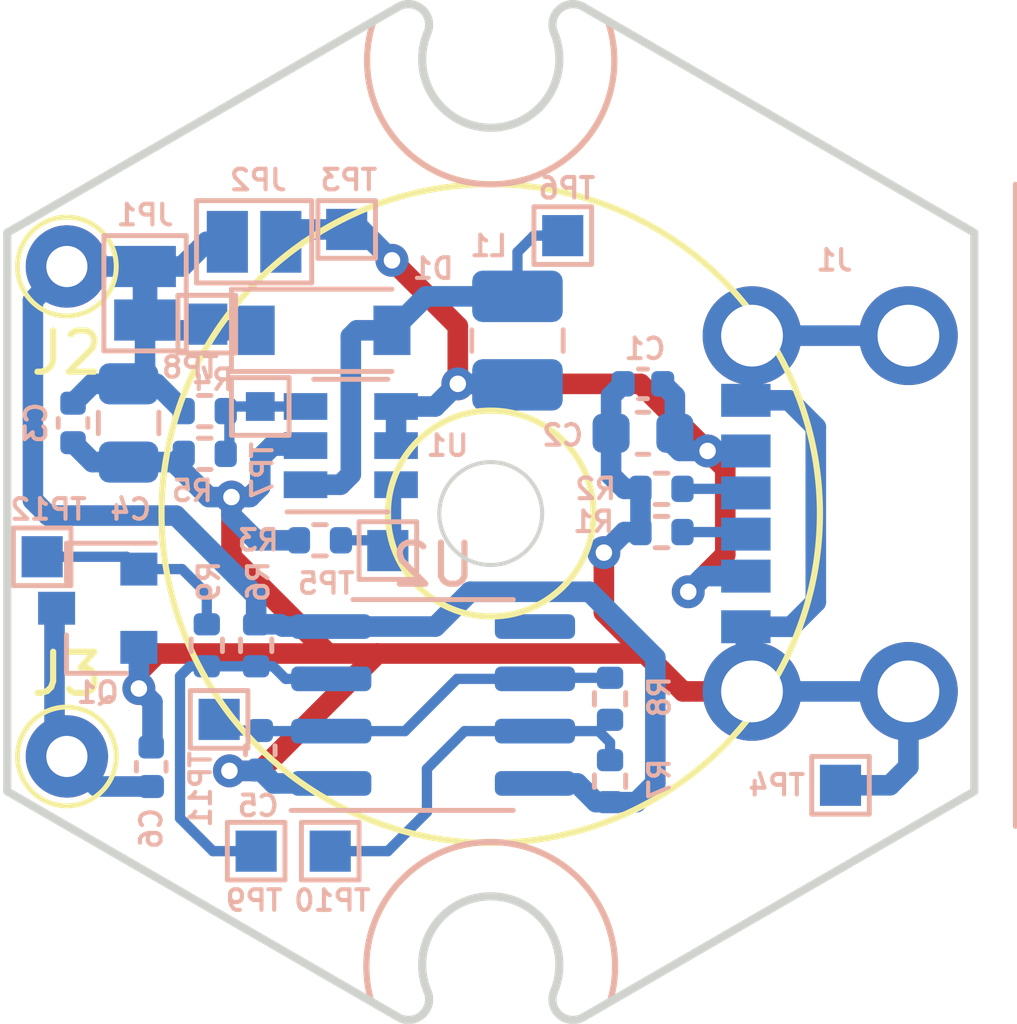
<source format=kicad_pcb>
(kicad_pcb (version 20171130) (host pcbnew "(5.1.10)-1")

  (general
    (thickness 1.6)
    (drawings 21)
    (tracks 186)
    (zones 0)
    (modules 35)
    (nets 15)
  )

  (page A4)
  (layers
    (0 F.Cu signal hide)
    (31 B.Cu signal)
    (32 B.Adhes user hide)
    (33 F.Adhes user hide)
    (34 B.Paste user hide)
    (35 F.Paste user hide)
    (36 B.SilkS user)
    (37 F.SilkS user hide)
    (38 B.Mask user hide)
    (39 F.Mask user hide)
    (40 Dwgs.User user)
    (41 Cmts.User user)
    (42 Eco1.User user)
    (43 Eco2.User user)
    (44 Edge.Cuts user)
    (45 Margin user hide)
    (46 B.CrtYd user hide)
    (47 F.CrtYd user hide)
    (48 B.Fab user hide)
    (49 F.Fab user hide)
  )

  (setup
    (last_trace_width 0.25)
    (trace_clearance 0.2)
    (zone_clearance 0.508)
    (zone_45_only no)
    (trace_min 0.2)
    (via_size 0.8)
    (via_drill 0.4)
    (via_min_size 0.4)
    (via_min_drill 0.3)
    (uvia_size 0.3)
    (uvia_drill 0.1)
    (uvias_allowed no)
    (uvia_min_size 0.2)
    (uvia_min_drill 0.1)
    (edge_width 0.05)
    (segment_width 0.2)
    (pcb_text_width 0.3)
    (pcb_text_size 1.5 1.5)
    (mod_edge_width 0.12)
    (mod_text_size 1 1)
    (mod_text_width 0.15)
    (pad_size 1.524 1.524)
    (pad_drill 0.762)
    (pad_to_mask_clearance 0)
    (aux_axis_origin 0 0)
    (visible_elements 7FFDFFFF)
    (pcbplotparams
      (layerselection 0x010fc_ffffffff)
      (usegerberextensions false)
      (usegerberattributes true)
      (usegerberadvancedattributes true)
      (creategerberjobfile true)
      (excludeedgelayer true)
      (linewidth 0.100000)
      (plotframeref false)
      (viasonmask false)
      (mode 1)
      (useauxorigin false)
      (hpglpennumber 1)
      (hpglpenspeed 20)
      (hpglpendiameter 15.000000)
      (psnegative false)
      (psa4output false)
      (plotreference true)
      (plotvalue true)
      (plotinvisibletext false)
      (padsonsilk false)
      (subtractmaskfromsilk false)
      (outputformat 1)
      (mirror false)
      (drillshape 0)
      (scaleselection 1)
      (outputdirectory "Gerbers/"))
  )

  (net 0 "")
  (net 1 GND)
  (net 2 VBUS)
  (net 3 VD)
  (net 4 "Net-(C5-Pad1)")
  (net 5 "Net-(C6-Pad1)")
  (net 6 "Net-(D1-Pad2)")
  (net 7 "Net-(J1-PadB5)")
  (net 8 "Net-(J1-PadA5)")
  (net 9 +9V)
  (net 10 "Net-(Q1-Pad1)")
  (net 11 "Net-(R3-Pad2)")
  (net 12 "Net-(R4-Pad1)")
  (net 13 "Net-(R6-Pad1)")
  (net 14 "Net-(R7-Pad1)")

  (net_class Default "This is the default net class."
    (clearance 0.2)
    (trace_width 0.25)
    (via_dia 0.8)
    (via_drill 0.4)
    (uvia_dia 0.3)
    (uvia_drill 0.1)
    (add_net "Net-(C5-Pad1)")
    (add_net "Net-(J1-PadA5)")
    (add_net "Net-(J1-PadB5)")
    (add_net "Net-(Q1-Pad1)")
    (add_net "Net-(R3-Pad2)")
    (add_net "Net-(R4-Pad1)")
    (add_net "Net-(R6-Pad1)")
    (add_net "Net-(R7-Pad1)")
    (add_net "Net-(U2-Pad5)")
  )

  (net_class Power ""
    (clearance 0.2)
    (trace_width 0.5)
    (via_dia 0.8)
    (via_drill 0.4)
    (uvia_dia 0.3)
    (uvia_drill 0.1)
    (add_net +9V)
    (add_net GND)
    (add_net "Net-(C6-Pad1)")
    (add_net "Net-(D1-Pad2)")
    (add_net VBUS)
    (add_net VD)
  )

  (module Pixels-dice:SOIC-8_3.9x4.9mm_P1.27mm (layer B.Cu) (tedit 607DE46B) (tstamp 60AD6FBD)
    (at 148.6 104.65 90)
    (descr "SOIC, 8 Pin (JEDEC MS-012AA, https://www.analog.com/media/en/package-pcb-resources/package/pkg_pdf/soic_narrow-r/r_8.pdf), generated with kicad-footprint-generator ipc_gullwing_generator.py")
    (tags "SOIC SO")
    (path /60AD080A)
    (attr smd)
    (fp_text reference U2 (at 3.4 0) (layer B.SilkS)
      (effects (font (size 1 1) (thickness 0.15)) (justify mirror))
    )
    (fp_text value NE555D (at 3.4 0 180) (layer B.Fab)
      (effects (font (size 1 1) (thickness 0.15)) (justify mirror))
    )
    (fp_text user %R (at 0 0 180) (layer B.Fab)
      (effects (font (size 0.98 0.98) (thickness 0.15)) (justify mirror))
    )
    (fp_line (start -2.7 3.7) (end -2.7 -3.7) (layer B.CrtYd) (width 0.05))
    (fp_line (start 2.7 3.7) (end -2.7 3.7) (layer B.CrtYd) (width 0.05))
    (fp_line (start 2.7 -3.7) (end 2.7 3.7) (layer B.CrtYd) (width 0.05))
    (fp_line (start -2.7 -3.7) (end 2.7 -3.7) (layer B.CrtYd) (width 0.05))
    (fp_line (start -1.475 -1.95) (end -2.45 -0.975) (layer B.Fab) (width 0.1))
    (fp_line (start 2.45 -1.95) (end -1.475 -1.95) (layer B.Fab) (width 0.1))
    (fp_line (start 2.45 1.95) (end 2.45 -1.95) (layer B.Fab) (width 0.1))
    (fp_line (start -2.45 1.95) (end 2.45 1.95) (layer B.Fab) (width 0.1))
    (fp_line (start -2.45 -0.975) (end -2.45 1.95) (layer B.Fab) (width 0.1))
    (fp_line (start -2.56 0) (end -2.56 -3.45) (layer B.SilkS) (width 0.12))
    (fp_line (start -2.56 0) (end -2.56 1.95) (layer B.SilkS) (width 0.12))
    (fp_line (start 2.56 0) (end 2.56 -1.95) (layer B.SilkS) (width 0.12))
    (fp_line (start 2.56 0) (end 2.56 1.95) (layer B.SilkS) (width 0.12))
    (pad 8 smd roundrect (at -1.905 2.475) (size 1.95 0.6) (layers B.Cu B.Paste B.Mask) (roundrect_rratio 0.25)
      (net 9 +9V))
    (pad 7 smd roundrect (at -0.635 2.475) (size 1.95 0.6) (layers B.Cu B.Paste B.Mask) (roundrect_rratio 0.25)
      (net 14 "Net-(R7-Pad1)"))
    (pad 6 smd roundrect (at 0.635 2.475) (size 1.95 0.6) (layers B.Cu B.Paste B.Mask) (roundrect_rratio 0.25)
      (net 4 "Net-(C5-Pad1)"))
    (pad 5 smd roundrect (at 1.905 2.475) (size 1.95 0.6) (layers B.Cu B.Paste B.Mask) (roundrect_rratio 0.25))
    (pad 4 smd roundrect (at 1.905 -2.475) (size 1.95 0.6) (layers B.Cu B.Paste B.Mask) (roundrect_rratio 0.25)
      (net 9 +9V))
    (pad 3 smd roundrect (at 0.635 -2.475) (size 1.95 0.6) (layers B.Cu B.Paste B.Mask) (roundrect_rratio 0.25)
      (net 13 "Net-(R6-Pad1)"))
    (pad 2 smd roundrect (at -0.635 -2.475) (size 1.95 0.6) (layers B.Cu B.Paste B.Mask) (roundrect_rratio 0.25)
      (net 4 "Net-(C5-Pad1)"))
    (pad 1 smd roundrect (at -1.905 -2.475) (size 1.95 0.6) (layers B.Cu B.Paste B.Mask) (roundrect_rratio 0.25)
      (net 1 GND))
    (model ${KISYS3DMOD}/Package_SO.3dshapes/SOIC-8_3.9x4.9mm_P1.27mm.wrl
      (at (xyz 0 0 0))
      (scale (xyz 1 1 1))
      (rotate (xyz 0 0 0))
    )
  )

  (module TestPoint:TestPoint_Pad_1.0x1.0mm (layer B.Cu) (tedit 60B2E98A) (tstamp 60B34CD9)
    (at 144.4 97.4)
    (descr "SMD rectangular pad as test Point, square 1.0mm side length")
    (tags "test point SMD pad rectangle square")
    (path /60B29AF4)
    (attr virtual)
    (fp_text reference TP7 (at 0.05 1.55 90) (layer B.SilkS)
      (effects (font (size 0.5 0.5) (thickness 0.1)) (justify mirror))
    )
    (fp_text value TestPoint_Small (at 0 -1.55) (layer B.Fab)
      (effects (font (size 0.5 0.5) (thickness 0.1)) (justify mirror))
    )
    (fp_text user %R (at 0 1.45) (layer B.Fab)
      (effects (font (size 0.5 0.5) (thickness 0.1)) (justify mirror))
    )
    (fp_line (start -0.7 0.7) (end 0.7 0.7) (layer B.SilkS) (width 0.12))
    (fp_line (start 0.7 0.7) (end 0.7 -0.7) (layer B.SilkS) (width 0.12))
    (fp_line (start 0.7 -0.7) (end -0.7 -0.7) (layer B.SilkS) (width 0.12))
    (fp_line (start -0.7 -0.7) (end -0.7 0.7) (layer B.SilkS) (width 0.12))
    (fp_line (start -1 1) (end 1 1) (layer B.CrtYd) (width 0.05))
    (fp_line (start -1 1) (end -1 -1) (layer B.CrtYd) (width 0.05))
    (fp_line (start 1 -1) (end 1 1) (layer B.CrtYd) (width 0.05))
    (fp_line (start 1 -1) (end -1 -1) (layer B.CrtYd) (width 0.05))
    (pad 1 smd rect (at 0 0) (size 0.7 0.7) (layers B.Cu B.Mask)
      (net 12 "Net-(R4-Pad1)"))
  )

  (module TestPoint:TestPoint_THTPad_D2.0mm_Drill1.0mm (layer F.Cu) (tedit 5A0F774F) (tstamp 60AD6E09)
    (at 139.7 105.9)
    (descr "THT pad as test Point, diameter 2.0mm, hole diameter 1.0mm")
    (tags "test point THT pad")
    (path /60827952)
    (attr virtual)
    (fp_text reference J3 (at 0 -1.998) (layer F.SilkS)
      (effects (font (size 1 1) (thickness 0.15)))
    )
    (fp_text value "Coil B" (at 0 2.05) (layer F.Fab)
      (effects (font (size 1 1) (thickness 0.15)))
    )
    (fp_text user %R (at 0 -2) (layer F.Fab)
      (effects (font (size 1 1) (thickness 0.15)))
    )
    (fp_circle (center 0 0) (end 1.5 0) (layer F.CrtYd) (width 0.05))
    (fp_circle (center 0 0) (end 0 1.2) (layer F.SilkS) (width 0.12))
    (pad 1 thru_hole circle (at 0 0) (size 2 2) (drill 1) (layers *.Cu *.Mask)
      (net 5 "Net-(C6-Pad1)"))
  )

  (module TestPoint:TestPoint_THTPad_D2.0mm_Drill1.0mm (layer F.Cu) (tedit 5A0F774F) (tstamp 60AD6DF6)
    (at 139.7 94)
    (descr "THT pad as test Point, diameter 2.0mm, hole diameter 1.0mm")
    (tags "test point THT pad")
    (path /60827086)
    (attr virtual)
    (fp_text reference J2 (at 0 2.1) (layer F.SilkS)
      (effects (font (size 1 1) (thickness 0.15)))
    )
    (fp_text value "Coil A" (at 0 2.05) (layer F.Fab)
      (effects (font (size 1 1) (thickness 0.15)))
    )
    (fp_text user %R (at 0 -2) (layer F.Fab)
      (effects (font (size 1 1) (thickness 0.15)))
    )
    (fp_circle (center 0 0) (end 1.5 0) (layer F.CrtYd) (width 0.05))
    (fp_circle (center 0 0) (end 0 1.2) (layer F.SilkS) (width 0.12))
    (pad 1 thru_hole circle (at 0 0) (size 2 2) (drill 1) (layers *.Cu *.Mask)
      (net 9 +9V))
  )

  (module Pixels-dice:USB-C-SMD_10P-P1.00-L6.8-W8.9 (layer B.Cu) (tedit 60B2E6CA) (tstamp 60B35B9D)
    (at 158.35 100)
    (path /607B35F9)
    (attr smd)
    (fp_text reference J1 (at 0 -6.15) (layer B.SilkS)
      (effects (font (size 0.5 0.5) (thickness 0.1)) (justify mirror))
    )
    (fp_text value USB_C_Receptacle_USB2.0 (at 0.1 7) (layer B.Fab)
      (effects (font (size 0.5 0.5) (thickness 0.1)) (justify mirror))
    )
    (fp_line (start 4.4 -8) (end 4.4 7.6) (layer B.SilkS) (width 0.12))
    (pad S1 thru_hole circle (at -2 4.32 270) (size 2.4 2.4) (drill 1.5) (layers *.Cu *.Mask)
      (net 1 GND))
    (pad S1 thru_hole circle (at -2 -4.32 270) (size 2.4 2.4) (drill 1.5) (layers *.Cu *.Mask)
      (net 1 GND))
    (pad S1 thru_hole circle (at 1.8 4.32 270) (size 2.4 2.4) (drill 1.5) (layers *.Cu *.Mask)
      (net 1 GND))
    (pad S1 thru_hole circle (at 1.8 -4.32 270) (size 2.4 2.4) (drill 1.5) (layers *.Cu *.Mask)
      (net 1 GND))
    (pad A12 smd rect (at -2.15 2.75 270) (size 0.8 1.2) (layers B.Cu B.Paste B.Mask)
      (net 1 GND))
    (pad A9 smd rect (at -2.15 1.52 270) (size 0.8 1.2) (layers B.Cu B.Paste B.Mask)
      (net 2 VBUS))
    (pad B5 smd rect (at -2.15 0.5 270) (size 0.8 1.2) (layers B.Cu B.Paste B.Mask)
      (net 7 "Net-(J1-PadB5)"))
    (pad A5 smd rect (at -2.15 -0.5 270) (size 0.8 1.2) (layers B.Cu B.Paste B.Mask)
      (net 8 "Net-(J1-PadA5)"))
    (pad B9 smd rect (at -2.15 -1.52 270) (size 0.8 1.2) (layers B.Cu B.Paste B.Mask)
      (net 2 VBUS))
    (pad B12 smd rect (at -2.15 -2.75 270) (size 0.8 1.2) (layers B.Cu B.Paste B.Mask)
      (net 1 GND))
    (model "C:/Projects/Pixels-dice/Electrical/Footprints/Step Files/TYPE-C-31-M-17.step"
      (offset (xyz 4.7 -4.5 0))
      (scale (xyz 1 1 1))
      (rotate (xyz 0 0 -90))
    )
  )

  (module TestPoint:TestPoint_Pad_1.0x1.0mm (layer B.Cu) (tedit 5A0F774F) (tstamp 60B34D1F)
    (at 139.1 101.05)
    (descr "SMD rectangular pad as test Point, square 1.0mm side length")
    (tags "test point SMD pad rectangle square")
    (path /60B2DE42)
    (attr virtual)
    (fp_text reference TP12 (at 0.15 -1.15) (layer B.SilkS)
      (effects (font (size 0.5 0.5) (thickness 0.1)) (justify mirror))
    )
    (fp_text value TestPoint_Small (at 0 -1.55) (layer B.Fab)
      (effects (font (size 0.5 0.5) (thickness 0.1)) (justify mirror))
    )
    (fp_text user %R (at 0 1.45) (layer B.Fab)
      (effects (font (size 0.5 0.5) (thickness 0.1)) (justify mirror))
    )
    (fp_line (start -0.7 0.7) (end 0.7 0.7) (layer B.SilkS) (width 0.12))
    (fp_line (start 0.7 0.7) (end 0.7 -0.7) (layer B.SilkS) (width 0.12))
    (fp_line (start 0.7 -0.7) (end -0.7 -0.7) (layer B.SilkS) (width 0.12))
    (fp_line (start -0.7 -0.7) (end -0.7 0.7) (layer B.SilkS) (width 0.12))
    (fp_line (start -1 1) (end 1 1) (layer B.CrtYd) (width 0.05))
    (fp_line (start -1 1) (end -1 -1) (layer B.CrtYd) (width 0.05))
    (fp_line (start 1 -1) (end 1 1) (layer B.CrtYd) (width 0.05))
    (fp_line (start 1 -1) (end -1 -1) (layer B.CrtYd) (width 0.05))
    (pad 1 smd rect (at 0 0) (size 1 1) (layers B.Cu B.Mask)
      (net 10 "Net-(Q1-Pad1)"))
  )

  (module TestPoint:TestPoint_Pad_1.0x1.0mm (layer B.Cu) (tedit 5A0F774F) (tstamp 60B34D11)
    (at 143.4 105)
    (descr "SMD rectangular pad as test Point, square 1.0mm side length")
    (tags "test point SMD pad rectangle square")
    (path /60CC8435)
    (attr virtual)
    (fp_text reference TP11 (at -0.45 1.7 90) (layer B.SilkS)
      (effects (font (size 0.5 0.5) (thickness 0.1)) (justify mirror))
    )
    (fp_text value TestPoint_Small (at 0 -1.55) (layer B.Fab)
      (effects (font (size 0.5 0.5) (thickness 0.1)) (justify mirror))
    )
    (fp_text user %R (at 0 1.45) (layer B.Fab)
      (effects (font (size 0.5 0.5) (thickness 0.1)) (justify mirror))
    )
    (fp_line (start -0.7 0.7) (end 0.7 0.7) (layer B.SilkS) (width 0.12))
    (fp_line (start 0.7 0.7) (end 0.7 -0.7) (layer B.SilkS) (width 0.12))
    (fp_line (start 0.7 -0.7) (end -0.7 -0.7) (layer B.SilkS) (width 0.12))
    (fp_line (start -0.7 -0.7) (end -0.7 0.7) (layer B.SilkS) (width 0.12))
    (fp_line (start -1 1) (end 1 1) (layer B.CrtYd) (width 0.05))
    (fp_line (start -1 1) (end -1 -1) (layer B.CrtYd) (width 0.05))
    (fp_line (start 1 -1) (end 1 1) (layer B.CrtYd) (width 0.05))
    (fp_line (start 1 -1) (end -1 -1) (layer B.CrtYd) (width 0.05))
    (pad 1 smd rect (at 0 0) (size 1 1) (layers B.Cu B.Mask)
      (net 4 "Net-(C5-Pad1)"))
  )

  (module TestPoint:TestPoint_Pad_1.0x1.0mm (layer B.Cu) (tedit 5A0F774F) (tstamp 60B34D03)
    (at 146.1 108.2)
    (descr "SMD rectangular pad as test Point, square 1.0mm side length")
    (tags "test point SMD pad rectangle square")
    (path /60CC7B8C)
    (attr virtual)
    (fp_text reference TP10 (at 0.05 1.2) (layer B.SilkS)
      (effects (font (size 0.5 0.5) (thickness 0.1)) (justify mirror))
    )
    (fp_text value TestPoint_Small (at 0 -1.55) (layer B.Fab)
      (effects (font (size 0.5 0.5) (thickness 0.1)) (justify mirror))
    )
    (fp_text user %R (at 0 1.45) (layer B.Fab)
      (effects (font (size 0.5 0.5) (thickness 0.1)) (justify mirror))
    )
    (fp_line (start -0.7 0.7) (end 0.7 0.7) (layer B.SilkS) (width 0.12))
    (fp_line (start 0.7 0.7) (end 0.7 -0.7) (layer B.SilkS) (width 0.12))
    (fp_line (start 0.7 -0.7) (end -0.7 -0.7) (layer B.SilkS) (width 0.12))
    (fp_line (start -0.7 -0.7) (end -0.7 0.7) (layer B.SilkS) (width 0.12))
    (fp_line (start -1 1) (end 1 1) (layer B.CrtYd) (width 0.05))
    (fp_line (start -1 1) (end -1 -1) (layer B.CrtYd) (width 0.05))
    (fp_line (start 1 -1) (end 1 1) (layer B.CrtYd) (width 0.05))
    (fp_line (start 1 -1) (end -1 -1) (layer B.CrtYd) (width 0.05))
    (pad 1 smd rect (at 0 0) (size 1 1) (layers B.Cu B.Mask)
      (net 14 "Net-(R7-Pad1)"))
  )

  (module TestPoint:TestPoint_Pad_1.0x1.0mm (layer B.Cu) (tedit 5A0F774F) (tstamp 60B34CF5)
    (at 144.3 108.2)
    (descr "SMD rectangular pad as test Point, square 1.0mm side length")
    (tags "test point SMD pad rectangle square")
    (path /60CC7EF4)
    (attr virtual)
    (fp_text reference TP9 (at -0.05 1.2) (layer B.SilkS)
      (effects (font (size 0.5 0.5) (thickness 0.1)) (justify mirror))
    )
    (fp_text value TestPoint_Small (at 0 -1.55) (layer B.Fab)
      (effects (font (size 0.5 0.5) (thickness 0.1)) (justify mirror))
    )
    (fp_text user %R (at 0 1.45) (layer B.Fab)
      (effects (font (size 0.5 0.5) (thickness 0.1)) (justify mirror))
    )
    (fp_line (start -0.7 0.7) (end 0.7 0.7) (layer B.SilkS) (width 0.12))
    (fp_line (start 0.7 0.7) (end 0.7 -0.7) (layer B.SilkS) (width 0.12))
    (fp_line (start 0.7 -0.7) (end -0.7 -0.7) (layer B.SilkS) (width 0.12))
    (fp_line (start -0.7 -0.7) (end -0.7 0.7) (layer B.SilkS) (width 0.12))
    (fp_line (start -1 1) (end 1 1) (layer B.CrtYd) (width 0.05))
    (fp_line (start -1 1) (end -1 -1) (layer B.CrtYd) (width 0.05))
    (fp_line (start 1 -1) (end 1 1) (layer B.CrtYd) (width 0.05))
    (fp_line (start 1 -1) (end -1 -1) (layer B.CrtYd) (width 0.05))
    (pad 1 smd rect (at 0 0) (size 1 1) (layers B.Cu B.Mask)
      (net 13 "Net-(R6-Pad1)"))
  )

  (module TestPoint:TestPoint_Pad_1.0x1.0mm (layer B.Cu) (tedit 5A0F774F) (tstamp 60B34CE7)
    (at 143.1 95.4)
    (descr "SMD rectangular pad as test Point, square 1.0mm side length")
    (tags "test point SMD pad rectangle square")
    (path /60B2A85A)
    (attr virtual)
    (fp_text reference TP8 (at -0.4 1.05) (layer B.SilkS)
      (effects (font (size 0.5 0.5) (thickness 0.1)) (justify mirror))
    )
    (fp_text value TestPoint_Small (at 0 -1.55) (layer B.Fab)
      (effects (font (size 0.5 0.5) (thickness 0.1)) (justify mirror))
    )
    (fp_text user %R (at 0 1.45) (layer B.Fab)
      (effects (font (size 0.5 0.5) (thickness 0.1)) (justify mirror))
    )
    (fp_line (start -0.7 0.7) (end 0.7 0.7) (layer B.SilkS) (width 0.12))
    (fp_line (start 0.7 0.7) (end 0.7 -0.7) (layer B.SilkS) (width 0.12))
    (fp_line (start 0.7 -0.7) (end -0.7 -0.7) (layer B.SilkS) (width 0.12))
    (fp_line (start -0.7 -0.7) (end -0.7 0.7) (layer B.SilkS) (width 0.12))
    (fp_line (start -1 1) (end 1 1) (layer B.CrtYd) (width 0.05))
    (fp_line (start -1 1) (end -1 -1) (layer B.CrtYd) (width 0.05))
    (fp_line (start 1 -1) (end 1 1) (layer B.CrtYd) (width 0.05))
    (fp_line (start 1 -1) (end -1 -1) (layer B.CrtYd) (width 0.05))
    (pad 1 smd rect (at 0 0) (size 1 1) (layers B.Cu B.Mask)
      (net 3 VD))
  )

  (module TestPoint:TestPoint_Pad_1.0x1.0mm (layer B.Cu) (tedit 5A0F774F) (tstamp 60B34CCB)
    (at 151.75 93.25)
    (descr "SMD rectangular pad as test Point, square 1.0mm side length")
    (tags "test point SMD pad rectangle square")
    (path /60B2A5B5)
    (attr virtual)
    (fp_text reference TP6 (at 0.1 -1.15 180) (layer B.SilkS)
      (effects (font (size 0.5 0.5) (thickness 0.1)) (justify mirror))
    )
    (fp_text value TestPoint_Small (at 0 -1.55) (layer B.Fab)
      (effects (font (size 0.5 0.5) (thickness 0.1)) (justify mirror))
    )
    (fp_text user %R (at 0 1.45) (layer B.Fab)
      (effects (font (size 0.5 0.5) (thickness 0.1)) (justify mirror))
    )
    (fp_line (start -0.7 0.7) (end 0.7 0.7) (layer B.SilkS) (width 0.12))
    (fp_line (start 0.7 0.7) (end 0.7 -0.7) (layer B.SilkS) (width 0.12))
    (fp_line (start 0.7 -0.7) (end -0.7 -0.7) (layer B.SilkS) (width 0.12))
    (fp_line (start -0.7 -0.7) (end -0.7 0.7) (layer B.SilkS) (width 0.12))
    (fp_line (start -1 1) (end 1 1) (layer B.CrtYd) (width 0.05))
    (fp_line (start -1 1) (end -1 -1) (layer B.CrtYd) (width 0.05))
    (fp_line (start 1 -1) (end 1 1) (layer B.CrtYd) (width 0.05))
    (fp_line (start 1 -1) (end -1 -1) (layer B.CrtYd) (width 0.05))
    (pad 1 smd rect (at 0 0) (size 1 1) (layers B.Cu B.Mask)
      (net 6 "Net-(D1-Pad2)"))
  )

  (module TestPoint:TestPoint_Pad_1.0x1.0mm (layer B.Cu) (tedit 5A0F774F) (tstamp 60B39641)
    (at 147.5 100.9)
    (descr "SMD rectangular pad as test Point, square 1.0mm side length")
    (tags "test point SMD pad rectangle square")
    (path /60B28855)
    (attr virtual)
    (fp_text reference TP5 (at -1.5 0.8 180) (layer B.SilkS)
      (effects (font (size 0.5 0.5) (thickness 0.1)) (justify mirror))
    )
    (fp_text value TestPoint_Small (at 0 -1.55) (layer B.Fab)
      (effects (font (size 0.5 0.5) (thickness 0.1)) (justify mirror))
    )
    (fp_text user %R (at 0 1.45) (layer B.Fab)
      (effects (font (size 0.5 0.5) (thickness 0.1)) (justify mirror))
    )
    (fp_line (start -0.7 0.7) (end 0.7 0.7) (layer B.SilkS) (width 0.12))
    (fp_line (start 0.7 0.7) (end 0.7 -0.7) (layer B.SilkS) (width 0.12))
    (fp_line (start 0.7 -0.7) (end -0.7 -0.7) (layer B.SilkS) (width 0.12))
    (fp_line (start -0.7 -0.7) (end -0.7 0.7) (layer B.SilkS) (width 0.12))
    (fp_line (start -1 1) (end 1 1) (layer B.CrtYd) (width 0.05))
    (fp_line (start -1 1) (end -1 -1) (layer B.CrtYd) (width 0.05))
    (fp_line (start 1 -1) (end 1 1) (layer B.CrtYd) (width 0.05))
    (fp_line (start 1 -1) (end -1 -1) (layer B.CrtYd) (width 0.05))
    (pad 1 smd rect (at 0 0) (size 1 1) (layers B.Cu B.Mask)
      (net 11 "Net-(R3-Pad2)"))
  )

  (module TestPoint:TestPoint_Pad_1.0x1.0mm (layer B.Cu) (tedit 5A0F774F) (tstamp 60B379EF)
    (at 158.5 106.6)
    (descr "SMD rectangular pad as test Point, square 1.0mm side length")
    (tags "test point SMD pad rectangle square")
    (path /60B27F6D)
    (attr virtual)
    (fp_text reference TP4 (at -1.55 0) (layer B.SilkS)
      (effects (font (size 0.5 0.5) (thickness 0.1)) (justify mirror))
    )
    (fp_text value TestPoint_Small (at 0 -1.55) (layer B.Fab)
      (effects (font (size 0.5 0.5) (thickness 0.1)) (justify mirror))
    )
    (fp_text user %R (at 0 1.45) (layer B.Fab)
      (effects (font (size 0.5 0.5) (thickness 0.1)) (justify mirror))
    )
    (fp_line (start -0.7 0.7) (end 0.7 0.7) (layer B.SilkS) (width 0.12))
    (fp_line (start 0.7 0.7) (end 0.7 -0.7) (layer B.SilkS) (width 0.12))
    (fp_line (start 0.7 -0.7) (end -0.7 -0.7) (layer B.SilkS) (width 0.12))
    (fp_line (start -0.7 -0.7) (end -0.7 0.7) (layer B.SilkS) (width 0.12))
    (fp_line (start -1 1) (end 1 1) (layer B.CrtYd) (width 0.05))
    (fp_line (start -1 1) (end -1 -1) (layer B.CrtYd) (width 0.05))
    (fp_line (start 1 -1) (end 1 1) (layer B.CrtYd) (width 0.05))
    (fp_line (start 1 -1) (end -1 -1) (layer B.CrtYd) (width 0.05))
    (pad 1 smd rect (at 0 0) (size 1 1) (layers B.Cu B.Mask)
      (net 1 GND))
  )

  (module TestPoint:TestPoint_Pad_1.0x1.0mm (layer B.Cu) (tedit 5A0F774F) (tstamp 60B34CA1)
    (at 146.5 93.1)
    (descr "SMD rectangular pad as test Point, square 1.0mm side length")
    (tags "test point SMD pad rectangle square")
    (path /60B26E3D)
    (attr virtual)
    (fp_text reference TP3 (at 0.05 -1.2 180) (layer B.SilkS)
      (effects (font (size 0.5 0.5) (thickness 0.1)) (justify mirror))
    )
    (fp_text value TestPoint_Small (at 0 -1.55) (layer B.Fab)
      (effects (font (size 0.5 0.5) (thickness 0.1)) (justify mirror))
    )
    (fp_text user %R (at 0 1.45) (layer B.Fab)
      (effects (font (size 0.5 0.5) (thickness 0.1)) (justify mirror))
    )
    (fp_line (start -0.7 0.7) (end 0.7 0.7) (layer B.SilkS) (width 0.12))
    (fp_line (start 0.7 0.7) (end 0.7 -0.7) (layer B.SilkS) (width 0.12))
    (fp_line (start 0.7 -0.7) (end -0.7 -0.7) (layer B.SilkS) (width 0.12))
    (fp_line (start -0.7 -0.7) (end -0.7 0.7) (layer B.SilkS) (width 0.12))
    (fp_line (start -1 1) (end 1 1) (layer B.CrtYd) (width 0.05))
    (fp_line (start -1 1) (end -1 -1) (layer B.CrtYd) (width 0.05))
    (fp_line (start 1 -1) (end 1 1) (layer B.CrtYd) (width 0.05))
    (fp_line (start 1 -1) (end -1 -1) (layer B.CrtYd) (width 0.05))
    (pad 1 smd rect (at 0 0) (size 1 1) (layers B.Cu B.Mask)
      (net 2 VBUS))
  )

  (module Pixels-dice:SOT-23 (layer B.Cu) (tedit 60B2A291) (tstamp 60AD6E4C)
    (at 140.45 102.3)
    (descr "SOT-23, Standard")
    (tags SOT-23)
    (path /607B6DC3)
    (attr smd)
    (fp_text reference Q1 (at 0 2.05) (layer B.SilkS)
      (effects (font (size 0.5 0.5) (thickness 0.1)) (justify mirror))
    )
    (fp_text value AO3400A (at 0 -2.5) (layer B.Fab)
      (effects (font (size 0.5 0.5) (thickness 0.1)) (justify mirror))
    )
    (fp_text user %R (at 0 0 -270) (layer B.Fab)
      (effects (font (size 0.5 0.5) (thickness 0.1)) (justify mirror))
    )
    (fp_line (start 0.7 -0.95) (end 0.7 1.5) (layer B.Fab) (width 0.1))
    (fp_line (start 0.15 -1.52) (end -0.7 -1.52) (layer B.Fab) (width 0.1))
    (fp_line (start 0.7 -0.95) (end 0.15 -1.52) (layer B.Fab) (width 0.1))
    (fp_line (start -0.7 -1.52) (end -0.7 1.52) (layer B.Fab) (width 0.1))
    (fp_line (start 0.7 1.52) (end -0.7 1.52) (layer B.Fab) (width 0.1))
    (fp_line (start -0.76 1.58) (end -0.76 0.65) (layer B.SilkS) (width 0.12))
    (fp_line (start -0.76 -1.58) (end -0.76 -0.65) (layer B.SilkS) (width 0.12))
    (fp_line (start 1.7 -1.75) (end -1.7 -1.75) (layer B.CrtYd) (width 0.05))
    (fp_line (start -1.7 -1.75) (end -1.7 1.75) (layer B.CrtYd) (width 0.05))
    (fp_line (start -1.7 1.75) (end 1.7 1.75) (layer B.CrtYd) (width 0.05))
    (fp_line (start 1.7 1.75) (end 1.7 -1.75) (layer B.CrtYd) (width 0.05))
    (fp_line (start -0.76 -1.58) (end 1.4 -1.58) (layer B.SilkS) (width 0.12))
    (fp_line (start -0.76 1.58) (end 0.7 1.58) (layer B.SilkS) (width 0.12))
    (pad 3 smd rect (at -1 0 180) (size 0.9 0.8) (layers B.Cu B.Paste B.Mask)
      (net 5 "Net-(C6-Pad1)"))
    (pad 2 smd rect (at 1 0.95 180) (size 0.9 0.8) (layers B.Cu B.Paste B.Mask)
      (net 1 GND))
    (pad 1 smd rect (at 1 -0.95 180) (size 0.9 0.8) (layers B.Cu B.Paste B.Mask)
      (net 10 "Net-(Q1-Pad1)"))
    (model ${KISYS3DMOD}/Package_TO_SOT_SMD.3dshapes/SOT-23.wrl
      (at (xyz 0 0 0))
      (scale (xyz 1 1 1))
      (rotate (xyz 0 0 180))
    )
  )

  (module Pixels-dice:SOT-23-6 (layer B.Cu) (tedit 607DDDF9) (tstamp 60AD8F25)
    (at 146.6 98.35 180)
    (descr "6-pin SOT-23 package")
    (tags SOT-23-6)
    (path /607BB940)
    (attr smd)
    (fp_text reference U1 (at -2.35 0 180) (layer B.SilkS)
      (effects (font (size 0.5 0.5) (thickness 0.1)) (justify mirror))
    )
    (fp_text value FP6291 (at 0 2.9 180) (layer B.Fab)
      (effects (font (size 0.5 0.5) (thickness 0.1)) (justify mirror))
    )
    (fp_text user %R (at 0 0 90) (layer B.Fab)
      (effects (font (size 0.5 0.5) (thickness 0.1)) (justify mirror))
    )
    (fp_line (start -0.9 -1.55) (end -0.9 1.55) (layer B.Fab) (width 0.1))
    (fp_line (start -0.9 1.55) (end 0.9 1.55) (layer B.Fab) (width 0.1))
    (fp_line (start 0.9 -0.9) (end 0.9 1.55) (layer B.Fab) (width 0.1))
    (fp_line (start -0.9 -1.55) (end 0.25 -1.55) (layer B.Fab) (width 0.1))
    (fp_line (start 0.9 -0.9) (end 0.25 -1.55) (layer B.Fab) (width 0.1))
    (fp_line (start 1.9 -1.8) (end 1.9 1.8) (layer B.CrtYd) (width 0.05))
    (fp_line (start 1.9 1.8) (end -1.9 1.8) (layer B.CrtYd) (width 0.05))
    (fp_line (start -1.9 1.8) (end -1.9 -1.8) (layer B.CrtYd) (width 0.05))
    (fp_line (start -1.9 -1.8) (end 1.9 -1.8) (layer B.CrtYd) (width 0.05))
    (fp_line (start -0.9 -1.61) (end 1.55 -1.61) (layer B.SilkS) (width 0.12))
    (fp_line (start 0.9 1.61) (end -0.9 1.61) (layer B.SilkS) (width 0.12))
    (pad 5 smd rect (at -1.1 0) (size 1.06 0.65) (layers B.Cu B.Paste B.Mask)
      (net 2 VBUS))
    (pad 6 smd rect (at -1.1 -0.95) (size 1.06 0.65) (layers B.Cu B.Paste B.Mask)
      (net 11 "Net-(R3-Pad2)"))
    (pad 4 smd rect (at -1.1 0.95) (size 1.06 0.65) (layers B.Cu B.Paste B.Mask)
      (net 2 VBUS))
    (pad 3 smd rect (at 1.1 0.95) (size 1.06 0.65) (layers B.Cu B.Paste B.Mask)
      (net 12 "Net-(R4-Pad1)"))
    (pad 2 smd rect (at 1.1 0) (size 1.06 0.65) (layers B.Cu B.Paste B.Mask)
      (net 1 GND))
    (pad 1 smd rect (at 1.1 -0.95) (size 1.06 0.65) (layers B.Cu B.Paste B.Mask)
      (net 6 "Net-(D1-Pad2)"))
    (model ${KISYS3DMOD}/Package_TO_SOT_SMD.3dshapes/SOT-23-6.wrl
      (at (xyz 0 0 0))
      (scale (xyz 1 1 1))
      (rotate (xyz 0 0 0))
    )
  )

  (module Resistor_SMD:R_0402_1005Metric (layer B.Cu) (tedit 5F68FEEE) (tstamp 60AD6EE5)
    (at 143.1 103.2 270)
    (descr "Resistor SMD 0402 (1005 Metric), square (rectangular) end terminal, IPC_7351 nominal, (Body size source: IPC-SM-782 page 72, https://www.pcb-3d.com/wordpress/wp-content/uploads/ipc-sm-782a_amendment_1_and_2.pdf), generated with kicad-footprint-generator")
    (tags resistor)
    (path /607B95B2)
    (attr smd)
    (fp_text reference R9 (at -1.55 -0.05 90) (layer B.SilkS)
      (effects (font (size 0.5 0.5) (thickness 0.1)) (justify mirror))
    )
    (fp_text value "220 5%" (at 0 -1.17 90) (layer B.Fab)
      (effects (font (size 0.5 0.5) (thickness 0.1)) (justify mirror))
    )
    (fp_line (start -0.525 -0.27) (end -0.525 0.27) (layer B.Fab) (width 0.1))
    (fp_line (start -0.525 0.27) (end 0.525 0.27) (layer B.Fab) (width 0.1))
    (fp_line (start 0.525 0.27) (end 0.525 -0.27) (layer B.Fab) (width 0.1))
    (fp_line (start 0.525 -0.27) (end -0.525 -0.27) (layer B.Fab) (width 0.1))
    (fp_line (start -0.153641 0.38) (end 0.153641 0.38) (layer B.SilkS) (width 0.12))
    (fp_line (start -0.153641 -0.38) (end 0.153641 -0.38) (layer B.SilkS) (width 0.12))
    (fp_line (start -0.93 -0.47) (end -0.93 0.47) (layer B.CrtYd) (width 0.05))
    (fp_line (start -0.93 0.47) (end 0.93 0.47) (layer B.CrtYd) (width 0.05))
    (fp_line (start 0.93 0.47) (end 0.93 -0.47) (layer B.CrtYd) (width 0.05))
    (fp_line (start 0.93 -0.47) (end -0.93 -0.47) (layer B.CrtYd) (width 0.05))
    (fp_text user %R (at 0 0 90) (layer B.Fab)
      (effects (font (size 0.5 0.5) (thickness 0.1)) (justify mirror))
    )
    (pad 2 smd roundrect (at 0.51 0 270) (size 0.54 0.64) (layers B.Cu B.Paste B.Mask) (roundrect_rratio 0.25)
      (net 13 "Net-(R6-Pad1)"))
    (pad 1 smd roundrect (at -0.51 0 270) (size 0.54 0.64) (layers B.Cu B.Paste B.Mask) (roundrect_rratio 0.25)
      (net 10 "Net-(Q1-Pad1)"))
    (model ${KISYS3DMOD}/Resistor_SMD.3dshapes/R_0402_1005Metric.wrl
      (at (xyz 0 0 0))
      (scale (xyz 1 1 1))
      (rotate (xyz 0 0 0))
    )
  )

  (module Resistor_SMD:R_0402_1005Metric (layer B.Cu) (tedit 5F68FEEE) (tstamp 60AD6ED4)
    (at 152.9 104.5 270)
    (descr "Resistor SMD 0402 (1005 Metric), square (rectangular) end terminal, IPC_7351 nominal, (Body size source: IPC-SM-782 page 72, https://www.pcb-3d.com/wordpress/wp-content/uploads/ipc-sm-782a_amendment_1_and_2.pdf), generated with kicad-footprint-generator")
    (tags resistor)
    (path /60AF063A)
    (attr smd)
    (fp_text reference R8 (at -0.05 -1.2 90) (layer B.SilkS)
      (effects (font (size 0.5 0.5) (thickness 0.1)) (justify mirror))
    )
    (fp_text value "560 1%" (at 0 -1.17 90) (layer B.Fab)
      (effects (font (size 0.5 0.5) (thickness 0.1)) (justify mirror))
    )
    (fp_line (start -0.525 -0.27) (end -0.525 0.27) (layer B.Fab) (width 0.1))
    (fp_line (start -0.525 0.27) (end 0.525 0.27) (layer B.Fab) (width 0.1))
    (fp_line (start 0.525 0.27) (end 0.525 -0.27) (layer B.Fab) (width 0.1))
    (fp_line (start 0.525 -0.27) (end -0.525 -0.27) (layer B.Fab) (width 0.1))
    (fp_line (start -0.153641 0.38) (end 0.153641 0.38) (layer B.SilkS) (width 0.12))
    (fp_line (start -0.153641 -0.38) (end 0.153641 -0.38) (layer B.SilkS) (width 0.12))
    (fp_line (start -0.93 -0.47) (end -0.93 0.47) (layer B.CrtYd) (width 0.05))
    (fp_line (start -0.93 0.47) (end 0.93 0.47) (layer B.CrtYd) (width 0.05))
    (fp_line (start 0.93 0.47) (end 0.93 -0.47) (layer B.CrtYd) (width 0.05))
    (fp_line (start 0.93 -0.47) (end -0.93 -0.47) (layer B.CrtYd) (width 0.05))
    (fp_text user %R (at 0 0 90) (layer B.Fab)
      (effects (font (size 0.5 0.5) (thickness 0.1)) (justify mirror))
    )
    (pad 2 smd roundrect (at 0.51 0 270) (size 0.54 0.64) (layers B.Cu B.Paste B.Mask) (roundrect_rratio 0.25)
      (net 14 "Net-(R7-Pad1)"))
    (pad 1 smd roundrect (at -0.51 0 270) (size 0.54 0.64) (layers B.Cu B.Paste B.Mask) (roundrect_rratio 0.25)
      (net 4 "Net-(C5-Pad1)"))
    (model ${KISYS3DMOD}/Resistor_SMD.3dshapes/R_0402_1005Metric.wrl
      (at (xyz 0 0 0))
      (scale (xyz 1 1 1))
      (rotate (xyz 0 0 0))
    )
  )

  (module Resistor_SMD:R_0402_1005Metric (layer B.Cu) (tedit 5F68FEEE) (tstamp 60AD6EC3)
    (at 152.9 106.5 270)
    (descr "Resistor SMD 0402 (1005 Metric), square (rectangular) end terminal, IPC_7351 nominal, (Body size source: IPC-SM-782 page 72, https://www.pcb-3d.com/wordpress/wp-content/uploads/ipc-sm-782a_amendment_1_and_2.pdf), generated with kicad-footprint-generator")
    (tags resistor)
    (path /60AEF9E1)
    (attr smd)
    (fp_text reference R7 (at -0.05 -1.2 90) (layer B.SilkS)
      (effects (font (size 0.5 0.5) (thickness 0.1)) (justify mirror))
    )
    (fp_text value 0 (at 0 -1.17 90) (layer B.Fab)
      (effects (font (size 0.5 0.5) (thickness 0.1)) (justify mirror))
    )
    (fp_line (start -0.525 -0.27) (end -0.525 0.27) (layer B.Fab) (width 0.1))
    (fp_line (start -0.525 0.27) (end 0.525 0.27) (layer B.Fab) (width 0.1))
    (fp_line (start 0.525 0.27) (end 0.525 -0.27) (layer B.Fab) (width 0.1))
    (fp_line (start 0.525 -0.27) (end -0.525 -0.27) (layer B.Fab) (width 0.1))
    (fp_line (start -0.153641 0.38) (end 0.153641 0.38) (layer B.SilkS) (width 0.12))
    (fp_line (start -0.153641 -0.38) (end 0.153641 -0.38) (layer B.SilkS) (width 0.12))
    (fp_line (start -0.93 -0.47) (end -0.93 0.47) (layer B.CrtYd) (width 0.05))
    (fp_line (start -0.93 0.47) (end 0.93 0.47) (layer B.CrtYd) (width 0.05))
    (fp_line (start 0.93 0.47) (end 0.93 -0.47) (layer B.CrtYd) (width 0.05))
    (fp_line (start 0.93 -0.47) (end -0.93 -0.47) (layer B.CrtYd) (width 0.05))
    (fp_text user %R (at 0 0 90) (layer B.Fab)
      (effects (font (size 0.5 0.5) (thickness 0.1)) (justify mirror))
    )
    (pad 2 smd roundrect (at 0.51 0 270) (size 0.54 0.64) (layers B.Cu B.Paste B.Mask) (roundrect_rratio 0.25)
      (net 9 +9V))
    (pad 1 smd roundrect (at -0.51 0 270) (size 0.54 0.64) (layers B.Cu B.Paste B.Mask) (roundrect_rratio 0.25)
      (net 14 "Net-(R7-Pad1)"))
    (model ${KISYS3DMOD}/Resistor_SMD.3dshapes/R_0402_1005Metric.wrl
      (at (xyz 0 0 0))
      (scale (xyz 1 1 1))
      (rotate (xyz 0 0 0))
    )
  )

  (module Resistor_SMD:R_0402_1005Metric (layer B.Cu) (tedit 5F68FEEE) (tstamp 60AD6EB2)
    (at 144.3 103.2 90)
    (descr "Resistor SMD 0402 (1005 Metric), square (rectangular) end terminal, IPC_7351 nominal, (Body size source: IPC-SM-782 page 72, https://www.pcb-3d.com/wordpress/wp-content/uploads/ipc-sm-782a_amendment_1_and_2.pdf), generated with kicad-footprint-generator")
    (tags resistor)
    (path /60AF1FF2)
    (attr smd)
    (fp_text reference R6 (at 1.55 0.05 90) (layer B.SilkS)
      (effects (font (size 0.5 0.5) (thickness 0.1)) (justify mirror))
    )
    (fp_text value NP (at 0 -1.17 90) (layer B.Fab)
      (effects (font (size 0.5 0.5) (thickness 0.1)) (justify mirror))
    )
    (fp_line (start -0.525 -0.27) (end -0.525 0.27) (layer B.Fab) (width 0.1))
    (fp_line (start -0.525 0.27) (end 0.525 0.27) (layer B.Fab) (width 0.1))
    (fp_line (start 0.525 0.27) (end 0.525 -0.27) (layer B.Fab) (width 0.1))
    (fp_line (start 0.525 -0.27) (end -0.525 -0.27) (layer B.Fab) (width 0.1))
    (fp_line (start -0.153641 0.38) (end 0.153641 0.38) (layer B.SilkS) (width 0.12))
    (fp_line (start -0.153641 -0.38) (end 0.153641 -0.38) (layer B.SilkS) (width 0.12))
    (fp_line (start -0.93 -0.47) (end -0.93 0.47) (layer B.CrtYd) (width 0.05))
    (fp_line (start -0.93 0.47) (end 0.93 0.47) (layer B.CrtYd) (width 0.05))
    (fp_line (start 0.93 0.47) (end 0.93 -0.47) (layer B.CrtYd) (width 0.05))
    (fp_line (start 0.93 -0.47) (end -0.93 -0.47) (layer B.CrtYd) (width 0.05))
    (fp_text user %R (at 0 0 90) (layer B.Fab)
      (effects (font (size 0.5 0.5) (thickness 0.1)) (justify mirror))
    )
    (pad 2 smd roundrect (at 0.51 0 90) (size 0.54 0.64) (layers B.Cu B.Paste B.Mask) (roundrect_rratio 0.25)
      (net 9 +9V))
    (pad 1 smd roundrect (at -0.51 0 90) (size 0.54 0.64) (layers B.Cu B.Paste B.Mask) (roundrect_rratio 0.25)
      (net 13 "Net-(R6-Pad1)"))
    (model ${KISYS3DMOD}/Resistor_SMD.3dshapes/R_0402_1005Metric.wrl
      (at (xyz 0 0 0))
      (scale (xyz 1 1 1))
      (rotate (xyz 0 0 0))
    )
  )

  (module Resistor_SMD:R_0402_1005Metric (layer B.Cu) (tedit 5F68FEEE) (tstamp 60B2AB6F)
    (at 143.05 98.55)
    (descr "Resistor SMD 0402 (1005 Metric), square (rectangular) end terminal, IPC_7351 nominal, (Body size source: IPC-SM-782 page 72, https://www.pcb-3d.com/wordpress/wp-content/uploads/ipc-sm-782a_amendment_1_and_2.pdf), generated with kicad-footprint-generator")
    (tags resistor)
    (path /607C13B2)
    (attr smd)
    (fp_text reference R5 (at -0.3 0.9) (layer B.SilkS)
      (effects (font (size 0.5 0.5) (thickness 0.1)) (justify mirror))
    )
    (fp_text value "100k 1%" (at 0 -1.17) (layer B.Fab)
      (effects (font (size 0.5 0.5) (thickness 0.1)) (justify mirror))
    )
    (fp_line (start -0.525 -0.27) (end -0.525 0.27) (layer B.Fab) (width 0.1))
    (fp_line (start -0.525 0.27) (end 0.525 0.27) (layer B.Fab) (width 0.1))
    (fp_line (start 0.525 0.27) (end 0.525 -0.27) (layer B.Fab) (width 0.1))
    (fp_line (start 0.525 -0.27) (end -0.525 -0.27) (layer B.Fab) (width 0.1))
    (fp_line (start -0.153641 0.38) (end 0.153641 0.38) (layer B.SilkS) (width 0.12))
    (fp_line (start -0.153641 -0.38) (end 0.153641 -0.38) (layer B.SilkS) (width 0.12))
    (fp_line (start -0.93 -0.47) (end -0.93 0.47) (layer B.CrtYd) (width 0.05))
    (fp_line (start -0.93 0.47) (end 0.93 0.47) (layer B.CrtYd) (width 0.05))
    (fp_line (start 0.93 0.47) (end 0.93 -0.47) (layer B.CrtYd) (width 0.05))
    (fp_line (start 0.93 -0.47) (end -0.93 -0.47) (layer B.CrtYd) (width 0.05))
    (fp_text user %R (at 0 0) (layer B.Fab)
      (effects (font (size 0.5 0.5) (thickness 0.1)) (justify mirror))
    )
    (pad 2 smd roundrect (at 0.51 0) (size 0.54 0.64) (layers B.Cu B.Paste B.Mask) (roundrect_rratio 0.25)
      (net 12 "Net-(R4-Pad1)"))
    (pad 1 smd roundrect (at -0.51 0) (size 0.54 0.64) (layers B.Cu B.Paste B.Mask) (roundrect_rratio 0.25)
      (net 1 GND))
    (model ${KISYS3DMOD}/Resistor_SMD.3dshapes/R_0402_1005Metric.wrl
      (at (xyz 0 0 0))
      (scale (xyz 1 1 1))
      (rotate (xyz 0 0 0))
    )
  )

  (module Resistor_SMD:R_0402_1005Metric (layer B.Cu) (tedit 5F68FEEE) (tstamp 60B2AB3F)
    (at 143.05 97.512436 180)
    (descr "Resistor SMD 0402 (1005 Metric), square (rectangular) end terminal, IPC_7351 nominal, (Body size source: IPC-SM-782 page 72, https://www.pcb-3d.com/wordpress/wp-content/uploads/ipc-sm-782a_amendment_1_and_2.pdf), generated with kicad-footprint-generator")
    (tags resistor)
    (path /607C0D2F)
    (attr smd)
    (fp_text reference R4 (at -0.2 0.762436) (layer B.SilkS)
      (effects (font (size 0.5 0.5) (thickness 0.1)) (justify mirror))
    )
    (fp_text value "6.8k 1%" (at 0 -1.17) (layer B.Fab)
      (effects (font (size 0.5 0.5) (thickness 0.1)) (justify mirror))
    )
    (fp_line (start -0.525 -0.27) (end -0.525 0.27) (layer B.Fab) (width 0.1))
    (fp_line (start -0.525 0.27) (end 0.525 0.27) (layer B.Fab) (width 0.1))
    (fp_line (start 0.525 0.27) (end 0.525 -0.27) (layer B.Fab) (width 0.1))
    (fp_line (start 0.525 -0.27) (end -0.525 -0.27) (layer B.Fab) (width 0.1))
    (fp_line (start -0.153641 0.38) (end 0.153641 0.38) (layer B.SilkS) (width 0.12))
    (fp_line (start -0.153641 -0.38) (end 0.153641 -0.38) (layer B.SilkS) (width 0.12))
    (fp_line (start -0.93 -0.47) (end -0.93 0.47) (layer B.CrtYd) (width 0.05))
    (fp_line (start -0.93 0.47) (end 0.93 0.47) (layer B.CrtYd) (width 0.05))
    (fp_line (start 0.93 0.47) (end 0.93 -0.47) (layer B.CrtYd) (width 0.05))
    (fp_line (start 0.93 -0.47) (end -0.93 -0.47) (layer B.CrtYd) (width 0.05))
    (fp_text user %R (at 0 0) (layer B.Fab)
      (effects (font (size 0.5 0.5) (thickness 0.1)) (justify mirror))
    )
    (pad 2 smd roundrect (at 0.51 0 180) (size 0.54 0.64) (layers B.Cu B.Paste B.Mask) (roundrect_rratio 0.25)
      (net 3 VD))
    (pad 1 smd roundrect (at -0.51 0 180) (size 0.54 0.64) (layers B.Cu B.Paste B.Mask) (roundrect_rratio 0.25)
      (net 12 "Net-(R4-Pad1)"))
    (model ${KISYS3DMOD}/Resistor_SMD.3dshapes/R_0402_1005Metric.wrl
      (at (xyz 0 0 0))
      (scale (xyz 1 1 1))
      (rotate (xyz 0 0 0))
    )
  )

  (module Resistor_SMD:R_0402_1005Metric (layer B.Cu) (tedit 5F68FEEE) (tstamp 60B36AD0)
    (at 145.85 100.65)
    (descr "Resistor SMD 0402 (1005 Metric), square (rectangular) end terminal, IPC_7351 nominal, (Body size source: IPC-SM-782 page 72, https://www.pcb-3d.com/wordpress/wp-content/uploads/ipc-sm-782a_amendment_1_and_2.pdf), generated with kicad-footprint-generator")
    (tags resistor)
    (path /607C04DE)
    (attr smd)
    (fp_text reference R3 (at -1.5 0 180) (layer B.SilkS)
      (effects (font (size 0.5 0.5) (thickness 0.1)) (justify mirror))
    )
    (fp_text value "33k 1%" (at 0 -1.17) (layer B.Fab)
      (effects (font (size 0.5 0.5) (thickness 0.1)) (justify mirror))
    )
    (fp_line (start -0.525 -0.27) (end -0.525 0.27) (layer B.Fab) (width 0.1))
    (fp_line (start -0.525 0.27) (end 0.525 0.27) (layer B.Fab) (width 0.1))
    (fp_line (start 0.525 0.27) (end 0.525 -0.27) (layer B.Fab) (width 0.1))
    (fp_line (start 0.525 -0.27) (end -0.525 -0.27) (layer B.Fab) (width 0.1))
    (fp_line (start -0.153641 0.38) (end 0.153641 0.38) (layer B.SilkS) (width 0.12))
    (fp_line (start -0.153641 -0.38) (end 0.153641 -0.38) (layer B.SilkS) (width 0.12))
    (fp_line (start -0.93 -0.47) (end -0.93 0.47) (layer B.CrtYd) (width 0.05))
    (fp_line (start -0.93 0.47) (end 0.93 0.47) (layer B.CrtYd) (width 0.05))
    (fp_line (start 0.93 0.47) (end 0.93 -0.47) (layer B.CrtYd) (width 0.05))
    (fp_line (start 0.93 -0.47) (end -0.93 -0.47) (layer B.CrtYd) (width 0.05))
    (fp_text user %R (at 0 0) (layer B.Fab)
      (effects (font (size 0.5 0.5) (thickness 0.1)) (justify mirror))
    )
    (pad 2 smd roundrect (at 0.51 0) (size 0.54 0.64) (layers B.Cu B.Paste B.Mask) (roundrect_rratio 0.25)
      (net 11 "Net-(R3-Pad2)"))
    (pad 1 smd roundrect (at -0.51 0) (size 0.54 0.64) (layers B.Cu B.Paste B.Mask) (roundrect_rratio 0.25)
      (net 1 GND))
    (model ${KISYS3DMOD}/Resistor_SMD.3dshapes/R_0402_1005Metric.wrl
      (at (xyz 0 0 0))
      (scale (xyz 1 1 1))
      (rotate (xyz 0 0 0))
    )
  )

  (module Resistor_SMD:R_0402_1005Metric (layer B.Cu) (tedit 5F68FEEE) (tstamp 60AD6E6E)
    (at 154.15 99.4)
    (descr "Resistor SMD 0402 (1005 Metric), square (rectangular) end terminal, IPC_7351 nominal, (Body size source: IPC-SM-782 page 72, https://www.pcb-3d.com/wordpress/wp-content/uploads/ipc-sm-782a_amendment_1_and_2.pdf), generated with kicad-footprint-generator")
    (tags resistor)
    (path /607C452F)
    (attr smd)
    (fp_text reference R2 (at -1.6 0) (layer B.SilkS)
      (effects (font (size 0.5 0.5) (thickness 0.1)) (justify mirror))
    )
    (fp_text value "5.1k 1%" (at 0 -1.17) (layer B.Fab)
      (effects (font (size 0.5 0.5) (thickness 0.1)) (justify mirror))
    )
    (fp_line (start -0.525 -0.27) (end -0.525 0.27) (layer B.Fab) (width 0.1))
    (fp_line (start -0.525 0.27) (end 0.525 0.27) (layer B.Fab) (width 0.1))
    (fp_line (start 0.525 0.27) (end 0.525 -0.27) (layer B.Fab) (width 0.1))
    (fp_line (start 0.525 -0.27) (end -0.525 -0.27) (layer B.Fab) (width 0.1))
    (fp_line (start -0.153641 0.38) (end 0.153641 0.38) (layer B.SilkS) (width 0.12))
    (fp_line (start -0.153641 -0.38) (end 0.153641 -0.38) (layer B.SilkS) (width 0.12))
    (fp_line (start -0.93 -0.47) (end -0.93 0.47) (layer B.CrtYd) (width 0.05))
    (fp_line (start -0.93 0.47) (end 0.93 0.47) (layer B.CrtYd) (width 0.05))
    (fp_line (start 0.93 0.47) (end 0.93 -0.47) (layer B.CrtYd) (width 0.05))
    (fp_line (start 0.93 -0.47) (end -0.93 -0.47) (layer B.CrtYd) (width 0.05))
    (fp_text user %R (at 0 0) (layer B.Fab)
      (effects (font (size 0.5 0.5) (thickness 0.1)) (justify mirror))
    )
    (pad 2 smd roundrect (at 0.51 0) (size 0.54 0.64) (layers B.Cu B.Paste B.Mask) (roundrect_rratio 0.25)
      (net 8 "Net-(J1-PadA5)"))
    (pad 1 smd roundrect (at -0.51 0) (size 0.54 0.64) (layers B.Cu B.Paste B.Mask) (roundrect_rratio 0.25)
      (net 1 GND))
    (model ${KISYS3DMOD}/Resistor_SMD.3dshapes/R_0402_1005Metric.wrl
      (at (xyz 0 0 0))
      (scale (xyz 1 1 1))
      (rotate (xyz 0 0 0))
    )
  )

  (module Resistor_SMD:R_0402_1005Metric (layer B.Cu) (tedit 5F68FEEE) (tstamp 60B3696F)
    (at 154.15 100.45)
    (descr "Resistor SMD 0402 (1005 Metric), square (rectangular) end terminal, IPC_7351 nominal, (Body size source: IPC-SM-782 page 72, https://www.pcb-3d.com/wordpress/wp-content/uploads/ipc-sm-782a_amendment_1_and_2.pdf), generated with kicad-footprint-generator")
    (tags resistor)
    (path /607C3927)
    (attr smd)
    (fp_text reference R1 (at -1.65 -0.25) (layer B.SilkS)
      (effects (font (size 0.5 0.5) (thickness 0.1)) (justify mirror))
    )
    (fp_text value "5.1k 1%" (at 0 -1.17) (layer B.Fab)
      (effects (font (size 0.5 0.5) (thickness 0.1)) (justify mirror))
    )
    (fp_line (start -0.525 -0.27) (end -0.525 0.27) (layer B.Fab) (width 0.1))
    (fp_line (start -0.525 0.27) (end 0.525 0.27) (layer B.Fab) (width 0.1))
    (fp_line (start 0.525 0.27) (end 0.525 -0.27) (layer B.Fab) (width 0.1))
    (fp_line (start 0.525 -0.27) (end -0.525 -0.27) (layer B.Fab) (width 0.1))
    (fp_line (start -0.153641 0.38) (end 0.153641 0.38) (layer B.SilkS) (width 0.12))
    (fp_line (start -0.153641 -0.38) (end 0.153641 -0.38) (layer B.SilkS) (width 0.12))
    (fp_line (start -0.93 -0.47) (end -0.93 0.47) (layer B.CrtYd) (width 0.05))
    (fp_line (start -0.93 0.47) (end 0.93 0.47) (layer B.CrtYd) (width 0.05))
    (fp_line (start 0.93 0.47) (end 0.93 -0.47) (layer B.CrtYd) (width 0.05))
    (fp_line (start 0.93 -0.47) (end -0.93 -0.47) (layer B.CrtYd) (width 0.05))
    (fp_text user %R (at 0 0) (layer B.Fab)
      (effects (font (size 0.5 0.5) (thickness 0.1)) (justify mirror))
    )
    (pad 2 smd roundrect (at 0.51 0) (size 0.54 0.64) (layers B.Cu B.Paste B.Mask) (roundrect_rratio 0.25)
      (net 7 "Net-(J1-PadB5)"))
    (pad 1 smd roundrect (at -0.51 0) (size 0.54 0.64) (layers B.Cu B.Paste B.Mask) (roundrect_rratio 0.25)
      (net 1 GND))
    (model ${KISYS3DMOD}/Resistor_SMD.3dshapes/R_0402_1005Metric.wrl
      (at (xyz 0 0 0))
      (scale (xyz 1 1 1))
      (rotate (xyz 0 0 0))
    )
  )

  (module Inductor_SMD:L_1008_2520Metric (layer B.Cu) (tedit 5F68FEF0) (tstamp 60AD6E37)
    (at 150.65 95.8 90)
    (descr "Inductor SMD 1008 (2520 Metric), square (rectangular) end terminal, IPC_7351 nominal, (Body size source: https://ecsxtal.com/store/pdf/ECS-MPI2520-SMD-POWER-INDUCTOR.pdf), generated with kicad-footprint-generator")
    (tags inductor)
    (path /607BCD6F)
    (attr smd)
    (fp_text reference L1 (at 2.3 -0.7 180) (layer B.SilkS)
      (effects (font (size 0.5 0.5) (thickness 0.1)) (justify mirror))
    )
    (fp_text value "3.3uH 1.5A" (at 0 -2.05 90) (layer B.Fab)
      (effects (font (size 0.5 0.5) (thickness 0.1)) (justify mirror))
    )
    (fp_line (start -1.25 -1) (end -1.25 1) (layer B.Fab) (width 0.1))
    (fp_line (start -1.25 1) (end 1.25 1) (layer B.Fab) (width 0.1))
    (fp_line (start 1.25 1) (end 1.25 -1) (layer B.Fab) (width 0.1))
    (fp_line (start 1.25 -1) (end -1.25 -1) (layer B.Fab) (width 0.1))
    (fp_line (start -0.261252 1.11) (end 0.261252 1.11) (layer B.SilkS) (width 0.12))
    (fp_line (start -0.261252 -1.11) (end 0.261252 -1.11) (layer B.SilkS) (width 0.12))
    (fp_line (start -1.95 -1.35) (end -1.95 1.35) (layer B.CrtYd) (width 0.05))
    (fp_line (start -1.95 1.35) (end 1.95 1.35) (layer B.CrtYd) (width 0.05))
    (fp_line (start 1.95 1.35) (end 1.95 -1.35) (layer B.CrtYd) (width 0.05))
    (fp_line (start 1.95 -1.35) (end -1.95 -1.35) (layer B.CrtYd) (width 0.05))
    (fp_text user %R (at 0 0 90) (layer B.Fab)
      (effects (font (size 0.5 0.5) (thickness 0.1)) (justify mirror))
    )
    (pad 2 smd roundrect (at 1.075 0 90) (size 1.25 2.2) (layers B.Cu B.Paste B.Mask) (roundrect_rratio 0.2)
      (net 6 "Net-(D1-Pad2)"))
    (pad 1 smd roundrect (at -1.075 0 90) (size 1.25 2.2) (layers B.Cu B.Paste B.Mask) (roundrect_rratio 0.2)
      (net 2 VBUS))
    (model ${KISYS3DMOD}/Inductor_SMD.3dshapes/L_1008_2520Metric.wrl
      (at (xyz 0 0 0))
      (scale (xyz 1 1 1))
      (rotate (xyz 0 0 0))
    )
  )

  (module Jumper:SolderJumper-2_P1.3mm_Open_Pad1.0x1.5mm (layer B.Cu) (tedit 5A3EABFC) (tstamp 60AD6E26)
    (at 144.25 93.4 180)
    (descr "SMD Solder Jumper, 1x1.5mm Pads, 0.3mm gap, open")
    (tags "solder jumper open")
    (path /60AF6966)
    (attr virtual)
    (fp_text reference JP2 (at -0.1 1.5) (layer B.SilkS)
      (effects (font (size 0.5 0.5) (thickness 0.1)) (justify mirror))
    )
    (fp_text value Jumper_NO_Small (at 0 -1.9) (layer B.Fab)
      (effects (font (size 0.5 0.5) (thickness 0.1)) (justify mirror))
    )
    (fp_line (start -1.4 -1) (end -1.4 1) (layer B.SilkS) (width 0.12))
    (fp_line (start 1.4 -1) (end -1.4 -1) (layer B.SilkS) (width 0.12))
    (fp_line (start 1.4 1) (end 1.4 -1) (layer B.SilkS) (width 0.12))
    (fp_line (start -1.4 1) (end 1.4 1) (layer B.SilkS) (width 0.12))
    (fp_line (start -1.65 1.25) (end 1.65 1.25) (layer B.CrtYd) (width 0.05))
    (fp_line (start -1.65 1.25) (end -1.65 -1.25) (layer B.CrtYd) (width 0.05))
    (fp_line (start 1.65 -1.25) (end 1.65 1.25) (layer B.CrtYd) (width 0.05))
    (fp_line (start 1.65 -1.25) (end -1.65 -1.25) (layer B.CrtYd) (width 0.05))
    (pad 1 smd rect (at -0.65 0 180) (size 1 1.5) (layers B.Cu B.Mask)
      (net 2 VBUS))
    (pad 2 smd rect (at 0.65 0 180) (size 1 1.5) (layers B.Cu B.Mask)
      (net 9 +9V))
  )

  (module Jumper:SolderJumper-2_P1.3mm_Bridged_Pad1.0x1.5mm (layer B.Cu) (tedit 5C756AB2) (tstamp 60AD6E18)
    (at 141.6 94.65 90)
    (descr "SMD Solder Jumper, 1x1.5mm Pads, 0.3mm gap, bridged with 1 copper strip")
    (tags "solder jumper open")
    (path /60AF75F5)
    (attr virtual)
    (fp_text reference JP1 (at 1.9 0 180) (layer B.SilkS)
      (effects (font (size 0.5 0.5) (thickness 0.1)) (justify mirror))
    )
    (fp_text value Jumper_NC_Small (at 0 -1.9 90) (layer B.Fab)
      (effects (font (size 0.5 0.5) (thickness 0.1)) (justify mirror))
    )
    (fp_line (start -1.4 -1) (end -1.4 1) (layer B.SilkS) (width 0.12))
    (fp_line (start 1.4 -1) (end -1.4 -1) (layer B.SilkS) (width 0.12))
    (fp_line (start 1.4 1) (end 1.4 -1) (layer B.SilkS) (width 0.12))
    (fp_line (start -1.4 1) (end 1.4 1) (layer B.SilkS) (width 0.12))
    (fp_line (start -1.65 1.25) (end 1.65 1.25) (layer B.CrtYd) (width 0.05))
    (fp_line (start -1.65 1.25) (end -1.65 -1.25) (layer B.CrtYd) (width 0.05))
    (fp_line (start 1.65 -1.25) (end 1.65 1.25) (layer B.CrtYd) (width 0.05))
    (fp_line (start 1.65 -1.25) (end -1.65 -1.25) (layer B.CrtYd) (width 0.05))
    (fp_poly (pts (xy -0.25 0.3) (xy 0.25 0.3) (xy 0.25 -0.3) (xy -0.25 -0.3)) (layer B.Cu) (width 0))
    (pad 2 smd rect (at 0.65 0 90) (size 1 1.5) (layers B.Cu B.Mask)
      (net 9 +9V))
    (pad 1 smd rect (at -0.65 0 90) (size 1 1.5) (layers B.Cu B.Mask)
      (net 3 VD))
  )

  (module Diode_SMD:D_SOD-123 (layer B.Cu) (tedit 58645DC7) (tstamp 60B2AAFF)
    (at 145.95 95.55)
    (descr SOD-123)
    (tags SOD-123)
    (path /607C1925)
    (attr smd)
    (fp_text reference D1 (at 2.65 -1.5) (layer B.SilkS)
      (effects (font (size 0.5 0.5) (thickness 0.1)) (justify mirror))
    )
    (fp_text value D_Schottky (at 0 -2.1) (layer B.Fab)
      (effects (font (size 0.5 0.5) (thickness 0.1)) (justify mirror))
    )
    (fp_line (start -2.25 1) (end -2.25 -1) (layer B.SilkS) (width 0.12))
    (fp_line (start 0.25 0) (end 0.75 0) (layer B.Fab) (width 0.1))
    (fp_line (start 0.25 -0.4) (end -0.35 0) (layer B.Fab) (width 0.1))
    (fp_line (start 0.25 0.4) (end 0.25 -0.4) (layer B.Fab) (width 0.1))
    (fp_line (start -0.35 0) (end 0.25 0.4) (layer B.Fab) (width 0.1))
    (fp_line (start -0.35 0) (end -0.35 -0.55) (layer B.Fab) (width 0.1))
    (fp_line (start -0.35 0) (end -0.35 0.55) (layer B.Fab) (width 0.1))
    (fp_line (start -0.75 0) (end -0.35 0) (layer B.Fab) (width 0.1))
    (fp_line (start -1.4 -0.9) (end -1.4 0.9) (layer B.Fab) (width 0.1))
    (fp_line (start 1.4 -0.9) (end -1.4 -0.9) (layer B.Fab) (width 0.1))
    (fp_line (start 1.4 0.9) (end 1.4 -0.9) (layer B.Fab) (width 0.1))
    (fp_line (start -1.4 0.9) (end 1.4 0.9) (layer B.Fab) (width 0.1))
    (fp_line (start -2.35 1.15) (end 2.35 1.15) (layer B.CrtYd) (width 0.05))
    (fp_line (start 2.35 1.15) (end 2.35 -1.15) (layer B.CrtYd) (width 0.05))
    (fp_line (start 2.35 -1.15) (end -2.35 -1.15) (layer B.CrtYd) (width 0.05))
    (fp_line (start -2.35 1.15) (end -2.35 -1.15) (layer B.CrtYd) (width 0.05))
    (fp_line (start -2.25 -1) (end 1.65 -1) (layer B.SilkS) (width 0.12))
    (fp_line (start -2.25 1) (end 1.65 1) (layer B.SilkS) (width 0.12))
    (fp_text user %R (at 0 2) (layer B.Fab)
      (effects (font (size 0.5 0.5) (thickness 0.1)) (justify mirror))
    )
    (pad 2 smd rect (at 1.65 0) (size 0.9 1.2) (layers B.Cu B.Paste B.Mask)
      (net 6 "Net-(D1-Pad2)"))
    (pad 1 smd rect (at -1.65 0) (size 0.9 1.2) (layers B.Cu B.Paste B.Mask)
      (net 3 VD))
    (model ${KISYS3DMOD}/Diode_SMD.3dshapes/D_SOD-123.wrl
      (at (xyz 0 0 0))
      (scale (xyz 1 1 1))
      (rotate (xyz 0 0 0))
    )
  )

  (module Capacitor_SMD:C_0402_1005Metric (layer B.Cu) (tedit 5F68FEEE) (tstamp 60AD6DBB)
    (at 141.75 106.15 90)
    (descr "Capacitor SMD 0402 (1005 Metric), square (rectangular) end terminal, IPC_7351 nominal, (Body size source: IPC-SM-782 page 76, https://www.pcb-3d.com/wordpress/wp-content/uploads/ipc-sm-782a_amendment_1_and_2.pdf), generated with kicad-footprint-generator")
    (tags capacitor)
    (path /607B9B06)
    (attr smd)
    (fp_text reference C6 (at -1.5 0 90) (layer B.SilkS)
      (effects (font (size 0.5 0.5) (thickness 0.1)) (justify mirror))
    )
    (fp_text value "0.1uF 16V" (at 0 -1.16 90) (layer B.Fab)
      (effects (font (size 0.5 0.5) (thickness 0.1)) (justify mirror))
    )
    (fp_line (start -0.5 -0.25) (end -0.5 0.25) (layer B.Fab) (width 0.1))
    (fp_line (start -0.5 0.25) (end 0.5 0.25) (layer B.Fab) (width 0.1))
    (fp_line (start 0.5 0.25) (end 0.5 -0.25) (layer B.Fab) (width 0.1))
    (fp_line (start 0.5 -0.25) (end -0.5 -0.25) (layer B.Fab) (width 0.1))
    (fp_line (start -0.107836 0.36) (end 0.107836 0.36) (layer B.SilkS) (width 0.12))
    (fp_line (start -0.107836 -0.36) (end 0.107836 -0.36) (layer B.SilkS) (width 0.12))
    (fp_line (start -0.91 -0.46) (end -0.91 0.46) (layer B.CrtYd) (width 0.05))
    (fp_line (start -0.91 0.46) (end 0.91 0.46) (layer B.CrtYd) (width 0.05))
    (fp_line (start 0.91 0.46) (end 0.91 -0.46) (layer B.CrtYd) (width 0.05))
    (fp_line (start 0.91 -0.46) (end -0.91 -0.46) (layer B.CrtYd) (width 0.05))
    (fp_text user %R (at 0 0 90) (layer B.Fab)
      (effects (font (size 0.5 0.5) (thickness 0.1)) (justify mirror))
    )
    (pad 2 smd roundrect (at 0.48 0 90) (size 0.56 0.62) (layers B.Cu B.Paste B.Mask) (roundrect_rratio 0.25)
      (net 1 GND))
    (pad 1 smd roundrect (at -0.48 0 90) (size 0.56 0.62) (layers B.Cu B.Paste B.Mask) (roundrect_rratio 0.25)
      (net 5 "Net-(C6-Pad1)"))
    (model ${KISYS3DMOD}/Capacitor_SMD.3dshapes/C_0402_1005Metric.wrl
      (at (xyz 0 0 0))
      (scale (xyz 1 1 1))
      (rotate (xyz 0 0 0))
    )
  )

  (module Capacitor_SMD:C_0402_1005Metric (layer B.Cu) (tedit 5F68FEEE) (tstamp 60AD6DAA)
    (at 144.4 105.75 270)
    (descr "Capacitor SMD 0402 (1005 Metric), square (rectangular) end terminal, IPC_7351 nominal, (Body size source: IPC-SM-782 page 76, https://www.pcb-3d.com/wordpress/wp-content/uploads/ipc-sm-782a_amendment_1_and_2.pdf), generated with kicad-footprint-generator")
    (tags capacitor)
    (path /60AF0ABE)
    (attr smd)
    (fp_text reference C5 (at 1.35 0.05 180) (layer B.SilkS)
      (effects (font (size 0.5 0.5) (thickness 0.1)) (justify mirror))
    )
    (fp_text value "10000pF 16V" (at 0 -1.16 90) (layer B.Fab)
      (effects (font (size 0.5 0.5) (thickness 0.1)) (justify mirror))
    )
    (fp_line (start -0.5 -0.25) (end -0.5 0.25) (layer B.Fab) (width 0.1))
    (fp_line (start -0.5 0.25) (end 0.5 0.25) (layer B.Fab) (width 0.1))
    (fp_line (start 0.5 0.25) (end 0.5 -0.25) (layer B.Fab) (width 0.1))
    (fp_line (start 0.5 -0.25) (end -0.5 -0.25) (layer B.Fab) (width 0.1))
    (fp_line (start -0.107836 0.36) (end 0.107836 0.36) (layer B.SilkS) (width 0.12))
    (fp_line (start -0.107836 -0.36) (end 0.107836 -0.36) (layer B.SilkS) (width 0.12))
    (fp_line (start -0.91 -0.46) (end -0.91 0.46) (layer B.CrtYd) (width 0.05))
    (fp_line (start -0.91 0.46) (end 0.91 0.46) (layer B.CrtYd) (width 0.05))
    (fp_line (start 0.91 0.46) (end 0.91 -0.46) (layer B.CrtYd) (width 0.05))
    (fp_line (start 0.91 -0.46) (end -0.91 -0.46) (layer B.CrtYd) (width 0.05))
    (fp_text user %R (at 0 0 90) (layer B.Fab)
      (effects (font (size 0.5 0.5) (thickness 0.1)) (justify mirror))
    )
    (pad 2 smd roundrect (at 0.48 0 270) (size 0.56 0.62) (layers B.Cu B.Paste B.Mask) (roundrect_rratio 0.25)
      (net 1 GND))
    (pad 1 smd roundrect (at -0.48 0 270) (size 0.56 0.62) (layers B.Cu B.Paste B.Mask) (roundrect_rratio 0.25)
      (net 4 "Net-(C5-Pad1)"))
    (model ${KISYS3DMOD}/Capacitor_SMD.3dshapes/C_0402_1005Metric.wrl
      (at (xyz 0 0 0))
      (scale (xyz 1 1 1))
      (rotate (xyz 0 0 0))
    )
  )

  (module Capacitor_SMD:C_0805_2012Metric (layer B.Cu) (tedit 5F68FEEE) (tstamp 60B2AAC7)
    (at 141.2 97.8 270)
    (descr "Capacitor SMD 0805 (2012 Metric), square (rectangular) end terminal, IPC_7351 nominal, (Body size source: IPC-SM-782 page 76, https://www.pcb-3d.com/wordpress/wp-content/uploads/ipc-sm-782a_amendment_1_and_2.pdf, https://docs.google.com/spreadsheets/d/1BsfQQcO9C6DZCsRaXUlFlo91Tg2WpOkGARC1WS5S8t0/edit?usp=sharing), generated with kicad-footprint-generator")
    (tags capacitor)
    (path /607C83C0)
    (attr smd)
    (fp_text reference C4 (at 2.1 -0.05 180) (layer B.SilkS)
      (effects (font (size 0.5 0.5) (thickness 0.1)) (justify mirror))
    )
    (fp_text value "10uF 16V" (at 0 -1.68 90) (layer B.Fab)
      (effects (font (size 0.5 0.5) (thickness 0.1)) (justify mirror))
    )
    (fp_line (start -1 -0.625) (end -1 0.625) (layer B.Fab) (width 0.1))
    (fp_line (start -1 0.625) (end 1 0.625) (layer B.Fab) (width 0.1))
    (fp_line (start 1 0.625) (end 1 -0.625) (layer B.Fab) (width 0.1))
    (fp_line (start 1 -0.625) (end -1 -0.625) (layer B.Fab) (width 0.1))
    (fp_line (start -0.261252 0.735) (end 0.261252 0.735) (layer B.SilkS) (width 0.12))
    (fp_line (start -0.261252 -0.735) (end 0.261252 -0.735) (layer B.SilkS) (width 0.12))
    (fp_line (start -1.7 -0.98) (end -1.7 0.98) (layer B.CrtYd) (width 0.05))
    (fp_line (start -1.7 0.98) (end 1.7 0.98) (layer B.CrtYd) (width 0.05))
    (fp_line (start 1.7 0.98) (end 1.7 -0.98) (layer B.CrtYd) (width 0.05))
    (fp_line (start 1.7 -0.98) (end -1.7 -0.98) (layer B.CrtYd) (width 0.05))
    (fp_text user %R (at 0 0 90) (layer B.Fab)
      (effects (font (size 0.5 0.5) (thickness 0.1)) (justify mirror))
    )
    (pad 2 smd roundrect (at 0.95 0 270) (size 1 1.45) (layers B.Cu B.Paste B.Mask) (roundrect_rratio 0.25)
      (net 1 GND))
    (pad 1 smd roundrect (at -0.95 0 270) (size 1 1.45) (layers B.Cu B.Paste B.Mask) (roundrect_rratio 0.25)
      (net 3 VD))
    (model ${KISYS3DMOD}/Capacitor_SMD.3dshapes/C_0805_2012Metric.wrl
      (at (xyz 0 0 0))
      (scale (xyz 1 1 1))
      (rotate (xyz 0 0 0))
    )
  )

  (module Capacitor_SMD:C_0402_1005Metric (layer B.Cu) (tedit 5F68FEEE) (tstamp 60B2AA97)
    (at 139.85 97.8 270)
    (descr "Capacitor SMD 0402 (1005 Metric), square (rectangular) end terminal, IPC_7351 nominal, (Body size source: IPC-SM-782 page 76, https://www.pcb-3d.com/wordpress/wp-content/uploads/ipc-sm-782a_amendment_1_and_2.pdf), generated with kicad-footprint-generator")
    (tags capacitor)
    (path /607C8622)
    (attr smd)
    (fp_text reference C3 (at 0 0.9 90) (layer B.SilkS)
      (effects (font (size 0.5 0.5) (thickness 0.1)) (justify mirror))
    )
    (fp_text value "0.1uF 16V" (at 0 -1.16 90) (layer B.Fab)
      (effects (font (size 0.5 0.5) (thickness 0.1)) (justify mirror))
    )
    (fp_line (start -0.5 -0.25) (end -0.5 0.25) (layer B.Fab) (width 0.1))
    (fp_line (start -0.5 0.25) (end 0.5 0.25) (layer B.Fab) (width 0.1))
    (fp_line (start 0.5 0.25) (end 0.5 -0.25) (layer B.Fab) (width 0.1))
    (fp_line (start 0.5 -0.25) (end -0.5 -0.25) (layer B.Fab) (width 0.1))
    (fp_line (start -0.107836 0.36) (end 0.107836 0.36) (layer B.SilkS) (width 0.12))
    (fp_line (start -0.107836 -0.36) (end 0.107836 -0.36) (layer B.SilkS) (width 0.12))
    (fp_line (start -0.91 -0.46) (end -0.91 0.46) (layer B.CrtYd) (width 0.05))
    (fp_line (start -0.91 0.46) (end 0.91 0.46) (layer B.CrtYd) (width 0.05))
    (fp_line (start 0.91 0.46) (end 0.91 -0.46) (layer B.CrtYd) (width 0.05))
    (fp_line (start 0.91 -0.46) (end -0.91 -0.46) (layer B.CrtYd) (width 0.05))
    (fp_text user %R (at 0 0 90) (layer B.Fab)
      (effects (font (size 0.5 0.5) (thickness 0.1)) (justify mirror))
    )
    (pad 2 smd roundrect (at 0.48 0 270) (size 0.56 0.62) (layers B.Cu B.Paste B.Mask) (roundrect_rratio 0.25)
      (net 1 GND))
    (pad 1 smd roundrect (at -0.48 0 270) (size 0.56 0.62) (layers B.Cu B.Paste B.Mask) (roundrect_rratio 0.25)
      (net 3 VD))
    (model ${KISYS3DMOD}/Capacitor_SMD.3dshapes/C_0402_1005Metric.wrl
      (at (xyz 0 0 0))
      (scale (xyz 1 1 1))
      (rotate (xyz 0 0 0))
    )
  )

  (module Capacitor_SMD:C_0603_1608Metric (layer B.Cu) (tedit 5F68FEEE) (tstamp 60AD6D77)
    (at 153.7 98.05 180)
    (descr "Capacitor SMD 0603 (1608 Metric), square (rectangular) end terminal, IPC_7351 nominal, (Body size source: IPC-SM-782 page 76, https://www.pcb-3d.com/wordpress/wp-content/uploads/ipc-sm-782a_amendment_1_and_2.pdf), generated with kicad-footprint-generator")
    (tags capacitor)
    (path /607BDB0D)
    (attr smd)
    (fp_text reference C2 (at 1.95 -0.05) (layer B.SilkS)
      (effects (font (size 0.5 0.5) (thickness 0.1)) (justify mirror))
    )
    (fp_text value "10uF 6.3V" (at 0 -1.43) (layer B.Fab)
      (effects (font (size 0.5 0.5) (thickness 0.1)) (justify mirror))
    )
    (fp_line (start -0.8 -0.4) (end -0.8 0.4) (layer B.Fab) (width 0.1))
    (fp_line (start -0.8 0.4) (end 0.8 0.4) (layer B.Fab) (width 0.1))
    (fp_line (start 0.8 0.4) (end 0.8 -0.4) (layer B.Fab) (width 0.1))
    (fp_line (start 0.8 -0.4) (end -0.8 -0.4) (layer B.Fab) (width 0.1))
    (fp_line (start -0.14058 0.51) (end 0.14058 0.51) (layer B.SilkS) (width 0.12))
    (fp_line (start -0.14058 -0.51) (end 0.14058 -0.51) (layer B.SilkS) (width 0.12))
    (fp_line (start -1.48 -0.73) (end -1.48 0.73) (layer B.CrtYd) (width 0.05))
    (fp_line (start -1.48 0.73) (end 1.48 0.73) (layer B.CrtYd) (width 0.05))
    (fp_line (start 1.48 0.73) (end 1.48 -0.73) (layer B.CrtYd) (width 0.05))
    (fp_line (start 1.48 -0.73) (end -1.48 -0.73) (layer B.CrtYd) (width 0.05))
    (fp_text user %R (at 0 0) (layer B.Fab)
      (effects (font (size 0.5 0.5) (thickness 0.1)) (justify mirror))
    )
    (pad 2 smd roundrect (at 0.775 0 180) (size 0.9 0.95) (layers B.Cu B.Paste B.Mask) (roundrect_rratio 0.25)
      (net 1 GND))
    (pad 1 smd roundrect (at -0.775 0 180) (size 0.9 0.95) (layers B.Cu B.Paste B.Mask) (roundrect_rratio 0.25)
      (net 2 VBUS))
    (model ${KISYS3DMOD}/Capacitor_SMD.3dshapes/C_0603_1608Metric.wrl
      (at (xyz 0 0 0))
      (scale (xyz 1 1 1))
      (rotate (xyz 0 0 0))
    )
  )

  (module Capacitor_SMD:C_0402_1005Metric (layer B.Cu) (tedit 5F68FEEE) (tstamp 60B36C46)
    (at 153.7 96.85 180)
    (descr "Capacitor SMD 0402 (1005 Metric), square (rectangular) end terminal, IPC_7351 nominal, (Body size source: IPC-SM-782 page 76, https://www.pcb-3d.com/wordpress/wp-content/uploads/ipc-sm-782a_amendment_1_and_2.pdf), generated with kicad-footprint-generator")
    (tags capacitor)
    (path /607BE7AF)
    (attr smd)
    (fp_text reference C1 (at -0.05 0.85) (layer B.SilkS)
      (effects (font (size 0.5 0.5) (thickness 0.1)) (justify mirror))
    )
    (fp_text value "0.1uF 6.3V" (at 0 -1.16) (layer B.Fab)
      (effects (font (size 0.5 0.5) (thickness 0.1)) (justify mirror))
    )
    (fp_line (start -0.5 -0.25) (end -0.5 0.25) (layer B.Fab) (width 0.1))
    (fp_line (start -0.5 0.25) (end 0.5 0.25) (layer B.Fab) (width 0.1))
    (fp_line (start 0.5 0.25) (end 0.5 -0.25) (layer B.Fab) (width 0.1))
    (fp_line (start 0.5 -0.25) (end -0.5 -0.25) (layer B.Fab) (width 0.1))
    (fp_line (start -0.107836 0.36) (end 0.107836 0.36) (layer B.SilkS) (width 0.12))
    (fp_line (start -0.107836 -0.36) (end 0.107836 -0.36) (layer B.SilkS) (width 0.12))
    (fp_line (start -0.91 -0.46) (end -0.91 0.46) (layer B.CrtYd) (width 0.05))
    (fp_line (start -0.91 0.46) (end 0.91 0.46) (layer B.CrtYd) (width 0.05))
    (fp_line (start 0.91 0.46) (end 0.91 -0.46) (layer B.CrtYd) (width 0.05))
    (fp_line (start 0.91 -0.46) (end -0.91 -0.46) (layer B.CrtYd) (width 0.05))
    (fp_text user %R (at 0 0) (layer B.Fab)
      (effects (font (size 0.5 0.5) (thickness 0.1)) (justify mirror))
    )
    (pad 2 smd roundrect (at 0.48 0 180) (size 0.56 0.62) (layers B.Cu B.Paste B.Mask) (roundrect_rratio 0.25)
      (net 1 GND))
    (pad 1 smd roundrect (at -0.48 0 180) (size 0.56 0.62) (layers B.Cu B.Paste B.Mask) (roundrect_rratio 0.25)
      (net 2 VBUS))
    (model ${KISYS3DMOD}/Capacitor_SMD.3dshapes/C_0402_1005Metric.wrl
      (at (xyz 0 0 0))
      (scale (xyz 1 1 1))
      (rotate (xyz 0 0 0))
    )
  )

  (gr_arc (start 150 111) (end 152.899999 111.849999) (angle -212.4) (layer B.SilkS) (width 0.15) (tstamp 60B507E8))
  (gr_arc (start 150 89) (end 147.150001 88.050001) (angle -216.9) (layer B.SilkS) (width 0.15) (tstamp 60B507E7))
  (gr_arc (start 150 111) (end 152.899999 111.849999) (angle -212.4) (layer F.SilkS) (width 0.15))
  (gr_arc (start 150 89) (end 147.150001 88.050001) (angle -216.9) (layer F.SilkS) (width 0.15))
  (gr_arc (start 152 88.12715) (end 152.25 87.694137) (angle -142.7084941) (layer Edge.Cuts) (width 0.2))
  (gr_arc (start 148.002584 111.8) (end 147.752584 112.233013) (angle -142.7084941) (layer Edge.Cuts) (width 0.2))
  (gr_line (start 138.251292 106.74744) (end 138.251293 93.17971) (layer Edge.Cuts) (width 0.2))
  (gr_line (start 152.25 87.694137) (end 161.751292 93.17971) (layer Edge.Cuts) (width 0.2))
  (gr_line (start 147.752584 112.233013) (end 138.251292 106.74744) (layer Edge.Cuts) (width 0.2))
  (gr_arc (start 150.001292 110.963574) (end 151.53876 111.606979) (angle -225.4169678) (layer Edge.Cuts) (width 0.2))
  (gr_line (start 161.751291 106.74744) (end 152.25 112.233013) (layer Edge.Cuts) (width 0.2))
  (gr_arc (start 150.001292 88.963575) (end 148.463824 88.320171) (angle -225.4169678) (layer Edge.Cuts) (width 0.2))
  (gr_arc (start 148.002584 88.12715) (end 148.463824 88.320171) (angle -142.7084738) (layer Edge.Cuts) (width 0.2))
  (gr_line (start 161.751292 93.17971) (end 161.751291 106.74744) (layer Edge.Cuts) (width 0.2))
  (gr_line (start 138.251293 93.17971) (end 147.752584 87.694137) (layer Edge.Cuts) (width 0.2))
  (gr_arc (start 152 111.8) (end 151.53876 111.606979) (angle -142.7084738) (layer Edge.Cuts) (width 0.2))
  (gr_circle (center 150 110.95) (end 153.5 110.95) (layer Margin) (width 0.15))
  (gr_circle (center 150 89) (end 153.5 89) (layer Margin) (width 0.15))
  (gr_circle (center 150 100) (end 151.25 100) (layer Edge.Cuts) (width 0.1))
  (gr_circle (center 150 100) (end 152.5 100) (layer F.SilkS) (width 0.15))
  (gr_circle (center 150 100) (end 158 100) (layer F.SilkS) (width 0.15))

  (via (at 141.45 104.25) (size 0.8) (drill 0.4) (layers F.Cu B.Cu) (net 1))
  (via (at 143.65 106.25) (size 0.8) (drill 0.4) (layers F.Cu B.Cu) (net 1))
  (via (at 143.7 99.6) (size 0.8) (drill 0.4) (layers F.Cu B.Cu) (net 1))
  (segment (start 153.75 103.4) (end 148.11 103.4) (width 0.25) (layer F.Cu) (net 1))
  (segment (start 148.11 103.4) (end 147.5 103.4) (width 0.25) (layer F.Cu) (net 1))
  (segment (start 147.5 103.4) (end 141.9 103.4) (width 0.25) (layer F.Cu) (net 1))
  (segment (start 153.75 103.4) (end 154.67 104.32) (width 0.5) (layer F.Cu) (net 1))
  (segment (start 156.35 104.32) (end 154.67 104.32) (width 0.5) (layer F.Cu) (net 1))
  (segment (start 153.75 103.4) (end 147.25 103.4) (width 0.5) (layer F.Cu) (net 1))
  (segment (start 143.7 101.05) (end 146.05 103.4) (width 0.5) (layer F.Cu) (net 1))
  (segment (start 143.7 99.6) (end 143.7 101.05) (width 0.5) (layer F.Cu) (net 1))
  (segment (start 146.05 103.4) (end 141.9 103.4) (width 0.5) (layer F.Cu) (net 1))
  (segment (start 147.25 103.4) (end 146.05 103.4) (width 0.5) (layer F.Cu) (net 1))
  (segment (start 156.35 95.68) (end 160.15 95.68) (width 0.5) (layer B.Cu) (net 1))
  (segment (start 157.25 97.25) (end 157.9 97.9) (width 0.5) (layer B.Cu) (net 1))
  (segment (start 156.2 97.25) (end 157.25 97.25) (width 0.5) (layer B.Cu) (net 1))
  (segment (start 157.3 102.75) (end 157.9 102.15) (width 0.5) (layer B.Cu) (net 1))
  (segment (start 156.2 102.75) (end 157.3 102.75) (width 0.5) (layer B.Cu) (net 1))
  (segment (start 157.9 102.15) (end 157.9 97.9) (width 0.5) (layer B.Cu) (net 1))
  (segment (start 156.35 104.32) (end 160.15 104.32) (width 0.5) (layer B.Cu) (net 1))
  (segment (start 156.2 104.17) (end 156.35 104.32) (width 0.5) (layer B.Cu) (net 1))
  (segment (start 156.2 102.75) (end 156.2 104.17) (width 0.5) (layer B.Cu) (net 1))
  (segment (start 156.35 97.1) (end 156.2 97.25) (width 0.5) (layer B.Cu) (net 1))
  (segment (start 156.35 95.68) (end 156.35 97.1) (width 0.5) (layer B.Cu) (net 1))
  (segment (start 143.15 99.6) (end 142.370834 98.820834) (width 0.5) (layer B.Cu) (net 1))
  (segment (start 143.7 99.6) (end 143.15 99.6) (width 0.5) (layer B.Cu) (net 1))
  (segment (start 145.5 98.35) (end 144.7 98.35) (width 0.5) (layer B.Cu) (net 1))
  (segment (start 144.7 98.35) (end 144.4 98.65) (width 0.5) (layer B.Cu) (net 1))
  (segment (start 144.4 98.65) (end 144.4 99.35) (width 0.5) (layer B.Cu) (net 1) (tstamp 60B37990))
  (segment (start 144.15 99.6) (end 143.7 99.6) (width 0.5) (layer B.Cu) (net 1))
  (segment (start 144.4 99.35) (end 144.15 99.6) (width 0.5) (layer B.Cu) (net 1))
  (segment (start 142.54 98.651668) (end 142.370834 98.820834) (width 0.5) (layer B.Cu) (net 1))
  (segment (start 142.54 98.55) (end 142.54 98.651668) (width 0.5) (layer B.Cu) (net 1))
  (segment (start 141.45 104.25) (end 141.45 103.25) (width 0.5) (layer B.Cu) (net 1))
  (segment (start 141.78 104.58) (end 141.78 105.65) (width 0.5) (layer B.Cu) (net 1))
  (segment (start 141.45 104.25) (end 141.78 104.58) (width 0.5) (layer B.Cu) (net 1))
  (segment (start 141.45 103.85) (end 141.45 104.25) (width 0.5) (layer F.Cu) (net 1))
  (segment (start 141.9 103.4) (end 141.45 103.85) (width 0.5) (layer F.Cu) (net 1))
  (segment (start 140.32 98.75) (end 141.2 98.75) (width 0.5) (layer B.Cu) (net 1))
  (segment (start 139.85 98.28) (end 140.32 98.75) (width 0.5) (layer B.Cu) (net 1))
  (segment (start 142.34 98.75) (end 141.2 98.75) (width 0.5) (layer B.Cu) (net 1))
  (segment (start 142.54 98.55) (end 142.34 98.75) (width 0.5) (layer B.Cu) (net 1))
  (segment (start 144.38 106.25) (end 144.4 106.23) (width 0.5) (layer B.Cu) (net 1))
  (segment (start 143.65 106.25) (end 144.38 106.25) (width 0.5) (layer B.Cu) (net 1))
  (segment (start 144.725 106.555) (end 144.4 106.23) (width 0.5) (layer B.Cu) (net 1))
  (segment (start 146.125 106.555) (end 144.725 106.555) (width 0.5) (layer B.Cu) (net 1))
  (segment (start 144.4 106.25) (end 143.65 106.25) (width 0.5) (layer F.Cu) (net 1))
  (segment (start 147.25 103.4) (end 144.4 106.25) (width 0.5) (layer F.Cu) (net 1))
  (segment (start 153.64 99.4) (end 153.25 99.4) (width 0.5) (layer B.Cu) (net 1))
  (segment (start 153.64 99.4) (end 153.64 100.45) (width 0.5) (layer B.Cu) (net 1))
  (segment (start 160.15 104.32) (end 160.15 106.15) (width 0.5) (layer B.Cu) (net 1))
  (segment (start 159.7 106.6) (end 158.5 106.6) (width 0.5) (layer B.Cu) (net 1))
  (segment (start 160.15 106.15) (end 159.7 106.6) (width 0.5) (layer B.Cu) (net 1))
  (segment (start 145.34 100.65) (end 144.3 100.65) (width 0.5) (layer B.Cu) (net 1))
  (segment (start 143.7 100.05) (end 143.7 99.6) (width 0.5) (layer B.Cu) (net 1))
  (segment (start 144.3 100.65) (end 143.7 100.05) (width 0.5) (layer B.Cu) (net 1))
  (via (at 152.75 100.95) (size 0.8) (drill 0.4) (layers F.Cu B.Cu) (net 1))
  (segment (start 152.75 100.95) (end 152.9 100.9) (width 0.5) (layer B.Cu) (net 1))
  (segment (start 152.75 102.4) (end 153.75 103.4) (width 0.5) (layer F.Cu) (net 1))
  (segment (start 152.75 100.95) (end 152.75 102.4) (width 0.5) (layer F.Cu) (net 1))
  (segment (start 152.925 99.075) (end 152.925 98.05) (width 0.5) (layer B.Cu) (net 1))
  (segment (start 153.25 99.4) (end 152.925 99.075) (width 0.5) (layer B.Cu) (net 1))
  (segment (start 153.25 100.45) (end 152.75 100.95) (width 0.5) (layer B.Cu) (net 1))
  (segment (start 153.64 100.45) (end 153.25 100.45) (width 0.5) (layer B.Cu) (net 1))
  (segment (start 152.925 97.145) (end 152.925 98.05) (width 0.5) (layer B.Cu) (net 1))
  (segment (start 153.22 96.85) (end 152.925 97.145) (width 0.5) (layer B.Cu) (net 1))
  (via (at 155.27 98.48) (size 0.8) (drill 0.4) (layers F.Cu B.Cu) (net 2))
  (via (at 154.8 101.9) (size 0.8) (drill 0.4) (layers F.Cu B.Cu) (net 2))
  (via (at 149.2 96.85) (size 0.8) (drill 0.4) (layers F.Cu B.Cu) (net 2))
  (via (at 147.6 93.85) (size 0.8) (drill 0.4) (layers F.Cu B.Cu) (net 2))
  (segment (start 149.2 95.45) (end 147.6 93.85) (width 0.5) (layer F.Cu) (net 2))
  (segment (start 149.2 96.85) (end 149.2 95.45) (width 0.5) (layer F.Cu) (net 2))
  (segment (start 156.2 98.48) (end 155.27 98.48) (width 0.5) (layer B.Cu) (net 2))
  (segment (start 154.495 98.03) (end 154.475 98.05) (width 0.5) (layer B.Cu) (net 2))
  (segment (start 155.27 98.48) (end 154.595 98.48) (width 0.5) (layer B.Cu) (net 2))
  (segment (start 150.625 96.85) (end 150.65 96.875) (width 0.5) (layer B.Cu) (net 2))
  (segment (start 149.2 96.85) (end 150.625 96.85) (width 0.5) (layer B.Cu) (net 2))
  (segment (start 147.15 93.4) (end 147.6 93.85) (width 0.5) (layer B.Cu) (net 2))
  (segment (start 148.65 97.4) (end 147.7 97.4) (width 0.5) (layer B.Cu) (net 2))
  (segment (start 149.2 96.85) (end 148.65 97.4) (width 0.5) (layer B.Cu) (net 2))
  (segment (start 147.7 97.4) (end 147.7 98.35) (width 0.5) (layer B.Cu) (net 2))
  (segment (start 146.85 93.1) (end 147.15 93.4) (width 0.5) (layer B.Cu) (net 2))
  (segment (start 146.5 93.1) (end 146.85 93.1) (width 0.5) (layer B.Cu) (net 2))
  (segment (start 154.8 101.9) (end 155.7 101) (width 0.5) (layer F.Cu) (net 2))
  (segment (start 155.7 98.91) (end 155.27 98.48) (width 0.5) (layer F.Cu) (net 2))
  (segment (start 155.7 101) (end 155.7 98.91) (width 0.5) (layer F.Cu) (net 2))
  (segment (start 153.64 96.85) (end 155.27 98.48) (width 0.5) (layer F.Cu) (net 2))
  (segment (start 149.2 96.85) (end 153.64 96.85) (width 0.5) (layer F.Cu) (net 2))
  (segment (start 154.475 98.36) (end 154.595 98.48) (width 0.5) (layer B.Cu) (net 2))
  (segment (start 154.475 98.05) (end 154.475 98.36) (width 0.5) (layer B.Cu) (net 2))
  (segment (start 154.475 97.145) (end 154.475 98.05) (width 0.5) (layer B.Cu) (net 2))
  (segment (start 154.18 96.85) (end 154.475 97.145) (width 0.5) (layer B.Cu) (net 2))
  (segment (start 155.18 101.52) (end 154.8 101.9) (width 0.5) (layer B.Cu) (net 2))
  (segment (start 156.2 101.52) (end 155.18 101.52) (width 0.5) (layer B.Cu) (net 2))
  (segment (start 145.2 93.1) (end 144.9 93.4) (width 0.5) (layer B.Cu) (net 2))
  (segment (start 146.5 93.1) (end 145.2 93.1) (width 0.5) (layer B.Cu) (net 2))
  (segment (start 141.85 95.55) (end 141.6 95.3) (width 0.5) (layer B.Cu) (net 3))
  (segment (start 144.3 95.55) (end 141.85 95.55) (width 0.5) (layer B.Cu) (net 3) (tstamp 60B397FB))
  (segment (start 141.6 96.45) (end 141.2 96.85) (width 0.5) (layer B.Cu) (net 3))
  (segment (start 141.6 95.3) (end 141.6 96.45) (width 0.5) (layer B.Cu) (net 3))
  (segment (start 141.877564 96.85) (end 141.2 96.85) (width 0.5) (layer B.Cu) (net 3))
  (segment (start 142.54 97.512436) (end 141.877564 96.85) (width 0.5) (layer B.Cu) (net 3))
  (segment (start 140.32 96.85) (end 139.85 97.32) (width 0.5) (layer B.Cu) (net 3))
  (segment (start 141.2 96.85) (end 140.32 96.85) (width 0.5) (layer B.Cu) (net 3))
  (segment (start 144.415 105.285) (end 144.4 105.27) (width 0.25) (layer B.Cu) (net 4))
  (segment (start 146.125 105.285) (end 144.415 105.285) (width 0.25) (layer B.Cu) (net 4))
  (segment (start 146.125 105.285) (end 147.915 105.285) (width 0.25) (layer B.Cu) (net 4))
  (segment (start 149.185 104.015) (end 151.075 104.015) (width 0.25) (layer B.Cu) (net 4))
  (segment (start 147.915 105.285) (end 149.185 104.015) (width 0.25) (layer B.Cu) (net 4))
  (segment (start 151.1 103.99) (end 151.075 104.015) (width 0.25) (layer B.Cu) (net 4))
  (segment (start 152.9 103.99) (end 151.1 103.99) (width 0.25) (layer B.Cu) (net 4))
  (segment (start 143.62 105.27) (end 143.35 105) (width 0.25) (layer B.Cu) (net 4))
  (segment (start 144.4 105.27) (end 143.52 105.27) (width 0.25) (layer B.Cu) (net 4))
  (segment (start 139.45 105.65) (end 139.4 105.7) (width 0.5) (layer B.Cu) (net 5))
  (segment (start 139.4 102.35) (end 139.45 102.3) (width 0.5) (layer B.Cu) (net 5))
  (segment (start 139.4 105.7) (end 139.4 102.35) (width 0.5) (layer B.Cu) (net 5))
  (segment (start 140.43 106.63) (end 139.7 105.9) (width 0.5) (layer B.Cu) (net 5))
  (segment (start 141.75 106.63) (end 140.43 106.63) (width 0.5) (layer B.Cu) (net 5))
  (segment (start 150.65 94.725) (end 150.65 93.65) (width 0.25) (layer B.Cu) (net 6))
  (segment (start 151.05 93.25) (end 151.75 93.25) (width 0.25) (layer B.Cu) (net 6))
  (segment (start 150.65 93.65) (end 151.05 93.25) (width 0.25) (layer B.Cu) (net 6))
  (segment (start 146.35 99.3) (end 146.6 99.05) (width 0.5) (layer B.Cu) (net 6))
  (segment (start 145.5 99.3) (end 146.35 99.3) (width 0.5) (layer B.Cu) (net 6))
  (segment (start 146.6 99.05) (end 146.6 95.7) (width 0.5) (layer B.Cu) (net 6))
  (segment (start 147.6 95.55) (end 146.75 95.55) (width 0.5) (layer B.Cu) (net 6))
  (segment (start 147.6 95.55) (end 148.425 94.725) (width 0.5) (layer B.Cu) (net 6))
  (segment (start 148.425 94.725) (end 150.65 94.725) (width 0.5) (layer B.Cu) (net 6))
  (segment (start 146.6 95.7) (end 146.75 95.55) (width 0.5) (layer B.Cu) (net 6))
  (segment (start 156.15 100.45) (end 156.2 100.5) (width 0.25) (layer B.Cu) (net 7))
  (segment (start 154.66 100.45) (end 156.15 100.45) (width 0.25) (layer B.Cu) (net 7))
  (segment (start 156.1 99.4) (end 156.2 99.5) (width 0.25) (layer B.Cu) (net 8))
  (segment (start 154.66 99.4) (end 156.1 99.4) (width 0.25) (layer B.Cu) (net 8))
  (segment (start 142.5 94) (end 143.1 93.4) (width 0.5) (layer B.Cu) (net 9))
  (segment (start 141.6 94) (end 142.5 94) (width 0.5) (layer B.Cu) (net 9))
  (segment (start 143.6 93.4) (end 143.1 93.4) (width 0.5) (layer B.Cu) (net 9))
  (segment (start 139.7 94) (end 139.4 94.3) (width 0.5) (layer B.Cu) (net 9))
  (segment (start 141.6 94) (end 139.7 94) (width 0.5) (layer B.Cu) (net 9))
  (segment (start 142.35 100.05) (end 144.3 102) (width 0.5) (layer B.Cu) (net 9))
  (segment (start 144.3 102) (end 144.3 102.69) (width 0.5) (layer B.Cu) (net 9))
  (segment (start 139.25 100.05) (end 142.35 100.05) (width 0.5) (layer B.Cu) (net 9))
  (segment (start 138.875 99.675) (end 139.25 100.05) (width 0.5) (layer B.Cu) (net 9))
  (segment (start 138.875 94.825) (end 138.875 99.675) (width 0.5) (layer B.Cu) (net 9) (tstamp 60B3794E))
  (segment (start 139.4 94.3) (end 138.875 94.825) (width 0.5) (layer B.Cu) (net 9))
  (segment (start 146.125 102.745) (end 144.945 102.745) (width 0.5) (layer B.Cu) (net 9))
  (segment (start 144.89 102.69) (end 144.3 102.69) (width 0.5) (layer B.Cu) (net 9))
  (segment (start 144.945 102.745) (end 144.89 102.69) (width 0.5) (layer B.Cu) (net 9))
  (segment (start 152.9 107.01) (end 152.56 107.01) (width 0.5) (layer B.Cu) (net 9))
  (segment (start 152.105 106.555) (end 151.075 106.555) (width 0.5) (layer B.Cu) (net 9))
  (segment (start 152.56 107.01) (end 152.105 106.555) (width 0.5) (layer B.Cu) (net 9))
  (segment (start 146.125 102.745) (end 148.655 102.745) (width 0.5) (layer B.Cu) (net 9))
  (segment (start 148.655 102.745) (end 149.5 101.9) (width 0.5) (layer B.Cu) (net 9))
  (segment (start 149.5 101.9) (end 152.4 101.9) (width 0.5) (layer B.Cu) (net 9))
  (segment (start 152.4 101.9) (end 154 103.5) (width 0.5) (layer B.Cu) (net 9))
  (segment (start 154 103.5) (end 154 106.55) (width 0.5) (layer B.Cu) (net 9))
  (segment (start 153.54 107.01) (end 152.9 107.01) (width 0.5) (layer B.Cu) (net 9))
  (segment (start 154 106.55) (end 153.54 107.01) (width 0.5) (layer B.Cu) (net 9))
  (segment (start 143.1 102.69) (end 143.1 101.95) (width 0.25) (layer B.Cu) (net 10))
  (segment (start 142.5 101.35) (end 141.45 101.35) (width 0.25) (layer B.Cu) (net 10))
  (segment (start 143.1 101.95) (end 142.5 101.35) (width 0.25) (layer B.Cu) (net 10))
  (segment (start 141.15 101.05) (end 139.1 101.05) (width 0.25) (layer B.Cu) (net 10))
  (segment (start 141.45 101.35) (end 141.15 101.05) (width 0.25) (layer B.Cu) (net 10))
  (segment (start 147.7 100.7) (end 147.5 100.9) (width 0.25) (layer B.Cu) (net 11))
  (segment (start 147.7 99.3) (end 147.7 100.7) (width 0.25) (layer B.Cu) (net 11))
  (segment (start 147.25 100.65) (end 147.5 100.9) (width 0.25) (layer B.Cu) (net 11))
  (segment (start 146.36 100.65) (end 147.25 100.65) (width 0.25) (layer B.Cu) (net 11))
  (segment (start 143.649231 98.562436) (end 143.649231 97.512436) (width 0.25) (layer B.Cu) (net 12))
  (segment (start 143.672436 97.4) (end 143.56 97.512436) (width 0.25) (layer B.Cu) (net 12))
  (segment (start 145.5 97.4) (end 143.672436 97.4) (width 0.25) (layer B.Cu) (net 12))
  (segment (start 144.3 103.71) (end 143.1 103.71) (width 0.25) (layer B.Cu) (net 13))
  (segment (start 144.3 103.71) (end 144.71 103.71) (width 0.25) (layer B.Cu) (net 13))
  (segment (start 145.015 104.015) (end 146.125 104.015) (width 0.25) (layer B.Cu) (net 13))
  (segment (start 144.71 103.71) (end 145.015 104.015) (width 0.25) (layer B.Cu) (net 13))
  (segment (start 143.25 108.2) (end 144.3 108.2) (width 0.25) (layer B.Cu) (net 13))
  (segment (start 142.45 107.4) (end 143.25 108.2) (width 0.25) (layer B.Cu) (net 13))
  (segment (start 142.45 103.95) (end 142.45 107.4) (width 0.25) (layer B.Cu) (net 13) (tstamp 60B50842))
  (segment (start 142.69 103.71) (end 142.45 103.95) (width 0.25) (layer B.Cu) (net 13))
  (segment (start 143.1 103.71) (end 142.69 103.71) (width 0.25) (layer B.Cu) (net 13))
  (segment (start 152.625 105.285) (end 152.9 105.01) (width 0.25) (layer B.Cu) (net 14))
  (segment (start 151.075 105.285) (end 152.625 105.285) (width 0.25) (layer B.Cu) (net 14))
  (segment (start 152.9 105.56) (end 152.625 105.285) (width 0.25) (layer B.Cu) (net 14))
  (segment (start 152.9 105.99) (end 152.9 105.56) (width 0.25) (layer B.Cu) (net 14))
  (segment (start 151.075 105.285) (end 149.365 105.285) (width 0.25) (layer B.Cu) (net 14))
  (segment (start 148.45 106.2) (end 148.45 107.25) (width 0.25) (layer B.Cu) (net 14))
  (segment (start 149.365 105.285) (end 148.45 106.2) (width 0.25) (layer B.Cu) (net 14))
  (segment (start 147.5 108.2) (end 146.1 108.2) (width 0.25) (layer B.Cu) (net 14))
  (segment (start 148.45 107.25) (end 147.5 108.2) (width 0.25) (layer B.Cu) (net 14))

)

</source>
